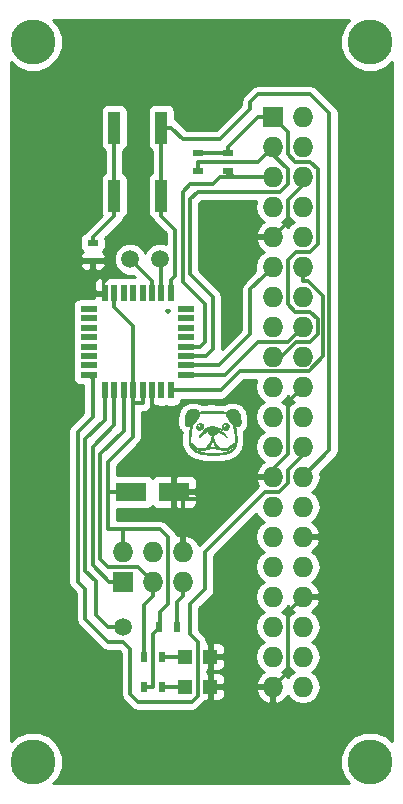
<source format=gbr>
G04 #@! TF.FileFunction,Copper,L1,Top,Signal*
%FSLAX46Y46*%
G04 Gerber Fmt 4.6, Leading zero omitted, Abs format (unit mm)*
G04 Created by KiCad (PCBNEW 4.0.7) date 04/13/18 12:15:04*
%MOMM*%
%LPD*%
G01*
G04 APERTURE LIST*
%ADD10C,0.100000*%
%ADD11C,0.300000*%
%ADD12C,0.010000*%
%ADD13R,1.727200X1.727200*%
%ADD14O,1.727200X1.727200*%
%ADD15R,2.600960X1.600200*%
%ADD16R,1.198880X1.198880*%
%ADD17R,0.500000X0.900000*%
%ADD18R,0.900000X0.500000*%
%ADD19R,1.000000X2.750000*%
%ADD20R,0.508000X1.473200*%
%ADD21R,1.473200X0.508000*%
%ADD22C,3.800000*%
%ADD23C,1.500000*%
%ADD24C,0.254000*%
G04 APERTURE END LIST*
D10*
D11*
X157480000Y-118010714D02*
X157551428Y-118082143D01*
X157480000Y-118153571D01*
X157408571Y-118082143D01*
X157480000Y-118010714D01*
X157480000Y-118153571D01*
D12*
G36*
X163121734Y-126379265D02*
X163232661Y-126402236D01*
X163325526Y-126438838D01*
X163402898Y-126492033D01*
X163467349Y-126564782D01*
X163521449Y-126660046D01*
X163567768Y-126780787D01*
X163608876Y-126929966D01*
X163612303Y-126944437D01*
X163626318Y-127011805D01*
X163636073Y-127079460D01*
X163642253Y-127155506D01*
X163645546Y-127248047D01*
X163646599Y-127349250D01*
X163646625Y-127447579D01*
X163645541Y-127520149D01*
X163642694Y-127572947D01*
X163637429Y-127611959D01*
X163629091Y-127643174D01*
X163617026Y-127672577D01*
X163609551Y-127688144D01*
X163577029Y-127740401D01*
X163538720Y-127782819D01*
X163522239Y-127795241D01*
X163459779Y-127818186D01*
X163382709Y-127824739D01*
X163303792Y-127814594D01*
X163263490Y-127801479D01*
X163226313Y-127787224D01*
X163204487Y-127781291D01*
X163202526Y-127781635D01*
X163203640Y-127797805D01*
X163208461Y-127841574D01*
X163216514Y-127909067D01*
X163227324Y-127996409D01*
X163240414Y-128099726D01*
X163255312Y-128215144D01*
X163261438Y-128262062D01*
X163279828Y-128404370D01*
X163294112Y-128520636D01*
X163304707Y-128616247D01*
X163312032Y-128696587D01*
X163316504Y-128767041D01*
X163318542Y-128832993D01*
X163318564Y-128899830D01*
X163316987Y-128972936D01*
X163316886Y-128976437D01*
X163308975Y-129126661D01*
X163293594Y-129254220D01*
X163268896Y-129367696D01*
X163233038Y-129475673D01*
X163186855Y-129581179D01*
X163116929Y-129698312D01*
X163024687Y-129811001D01*
X162919057Y-129909172D01*
X162855193Y-129955475D01*
X162752439Y-130010448D01*
X162622118Y-130061018D01*
X162468237Y-130106108D01*
X162294805Y-130144640D01*
X162105829Y-130175537D01*
X161980562Y-130190600D01*
X161919184Y-130195425D01*
X161832983Y-130200028D01*
X161727770Y-130204289D01*
X161609358Y-130208090D01*
X161483558Y-130211310D01*
X161356180Y-130213830D01*
X161233037Y-130215531D01*
X161119940Y-130216293D01*
X161022699Y-130215997D01*
X160947127Y-130214523D01*
X160909000Y-130212635D01*
X160687409Y-130190820D01*
X160475388Y-130159679D01*
X160276219Y-130120132D01*
X160093188Y-130073100D01*
X159929578Y-130019503D01*
X159788675Y-129960260D01*
X159673761Y-129896291D01*
X159610077Y-129848791D01*
X159514373Y-129748447D01*
X159428173Y-129622998D01*
X159354667Y-129478454D01*
X159297047Y-129320827D01*
X159267338Y-129203325D01*
X159255332Y-129134256D01*
X159247603Y-129061298D01*
X159244308Y-128980659D01*
X159244985Y-128932529D01*
X159383496Y-128932529D01*
X159384497Y-129018896D01*
X159390096Y-129094568D01*
X159400140Y-129162975D01*
X159408789Y-129204353D01*
X159422882Y-129262448D01*
X159432857Y-129293656D01*
X159441122Y-129302162D01*
X159450088Y-129292151D01*
X159454495Y-129283728D01*
X159485091Y-129251661D01*
X159513205Y-129241591D01*
X159538259Y-129243807D01*
X159564259Y-129259892D01*
X159597234Y-129294624D01*
X159627145Y-129331882D01*
X159743147Y-129456611D01*
X159880835Y-129559264D01*
X159985345Y-129616090D01*
X160049073Y-129644429D01*
X160103766Y-129662224D01*
X160162474Y-129672597D01*
X160238248Y-129678668D01*
X160249518Y-129679277D01*
X160332189Y-129681775D01*
X160397121Y-129678272D01*
X160457989Y-129667357D01*
X160514361Y-129651914D01*
X160619325Y-129615329D01*
X160703391Y-129572687D01*
X160752267Y-129536143D01*
X160976441Y-129536143D01*
X161176877Y-129528845D01*
X161263176Y-129527127D01*
X161346986Y-129527944D01*
X161418327Y-129531057D01*
X161464625Y-129535781D01*
X161513246Y-129543006D01*
X161547101Y-129546715D01*
X161556992Y-129546567D01*
X161550936Y-129533286D01*
X161530084Y-129502315D01*
X161505211Y-129468661D01*
X161434389Y-129367450D01*
X161372531Y-129259075D01*
X161314451Y-129135518D01*
X161263675Y-129018715D01*
X161202893Y-129153673D01*
X161163217Y-129234251D01*
X161114323Y-129322961D01*
X161065869Y-129402405D01*
X161059276Y-129412386D01*
X160976441Y-129536143D01*
X160752267Y-129536143D01*
X160777407Y-129517347D01*
X160847085Y-129448281D01*
X160928510Y-129348907D01*
X161000954Y-129235946D01*
X161068255Y-129102829D01*
X161118233Y-128984375D01*
X161151387Y-128895314D01*
X161172783Y-128823090D01*
X161185233Y-128756326D01*
X161191269Y-128688754D01*
X161198517Y-128559820D01*
X161117552Y-128540397D01*
X161022717Y-128505767D01*
X160946416Y-128453795D01*
X160892408Y-128388337D01*
X160864453Y-128313249D01*
X160861375Y-128277656D01*
X160860082Y-128249070D01*
X160853026Y-128232721D01*
X160835437Y-128228881D01*
X160802547Y-128237822D01*
X160749587Y-128259814D01*
X160688441Y-128287502D01*
X160541561Y-128368105D01*
X160405366Y-128471577D01*
X160275696Y-128601358D01*
X160201688Y-128690233D01*
X160165203Y-128729936D01*
X160137323Y-128743457D01*
X160126282Y-128741696D01*
X160105294Y-128726081D01*
X160102617Y-128699498D01*
X160119215Y-128658008D01*
X160156052Y-128597672D01*
X160164718Y-128584785D01*
X160282351Y-128437856D01*
X160423131Y-128306512D01*
X160581241Y-128194942D01*
X160750866Y-128107333D01*
X160901062Y-128054475D01*
X160993804Y-128035935D01*
X161106978Y-128024016D01*
X161229908Y-128018986D01*
X161351919Y-128021110D01*
X161462335Y-128030656D01*
X161514189Y-128039154D01*
X161709326Y-128094006D01*
X161897513Y-128176936D01*
X162073510Y-128284744D01*
X162232077Y-128414232D01*
X162365101Y-128558563D01*
X162418338Y-128629748D01*
X162449329Y-128681616D01*
X162459054Y-128716499D01*
X162448491Y-128736728D01*
X162441428Y-128740320D01*
X162418663Y-128735828D01*
X162381013Y-128709210D01*
X162326657Y-128659090D01*
X162304427Y-128636838D01*
X162143393Y-128490315D01*
X161975604Y-128372208D01*
X161796199Y-128279241D01*
X161738949Y-128255593D01*
X161656087Y-128223217D01*
X161665160Y-128268583D01*
X161662321Y-128330830D01*
X161632527Y-128393406D01*
X161580180Y-128451676D01*
X161509684Y-128501002D01*
X161425441Y-128536748D01*
X161405093Y-128542433D01*
X161337625Y-128559519D01*
X161337625Y-128675432D01*
X161349519Y-128792231D01*
X161384377Y-128925631D01*
X161440957Y-129071685D01*
X161500710Y-129194387D01*
X161589308Y-129342360D01*
X161684037Y-129460750D01*
X161787733Y-129551554D01*
X161903232Y-129616766D01*
X162033370Y-129658385D01*
X162180984Y-129678404D01*
X162189173Y-129678891D01*
X162329315Y-129676089D01*
X162458455Y-129650014D01*
X162580515Y-129598857D01*
X162699419Y-129520811D01*
X162819091Y-129414067D01*
X162863141Y-129368238D01*
X162928564Y-129301334D01*
X162978723Y-129259123D01*
X163016479Y-129240232D01*
X163044693Y-129243289D01*
X163066229Y-129266920D01*
X163067923Y-129269981D01*
X163074709Y-129302699D01*
X163062313Y-129343612D01*
X163029034Y-129395486D01*
X162973170Y-129461090D01*
X162910919Y-129525474D01*
X162782230Y-129639441D01*
X162651209Y-129725327D01*
X162514610Y-129783902D01*
X162369187Y-129815937D01*
X162211694Y-129822203D01*
X162038884Y-129803468D01*
X161882026Y-129769621D01*
X161682338Y-129722496D01*
X161504484Y-129690098D01*
X161342221Y-129672333D01*
X161189303Y-129669108D01*
X161039486Y-129680328D01*
X160886527Y-129705901D01*
X160724181Y-129745733D01*
X160702151Y-129751928D01*
X160596697Y-129781246D01*
X160513909Y-129802006D01*
X160446224Y-129815361D01*
X160386082Y-129822467D01*
X160325919Y-129824481D01*
X160258175Y-129822555D01*
X160244347Y-129821867D01*
X160076519Y-129798040D01*
X159918192Y-129744362D01*
X159768960Y-129660605D01*
X159628418Y-129546542D01*
X159498663Y-129405062D01*
X159447490Y-129341562D01*
X159472479Y-129405062D01*
X159542564Y-129544828D01*
X159634719Y-129668009D01*
X159744980Y-129770504D01*
X159869383Y-129848214D01*
X159923902Y-129872091D01*
X160091524Y-129927955D01*
X160287400Y-129977515D01*
X160508549Y-130020158D01*
X160751988Y-130055267D01*
X160885187Y-130070220D01*
X160937243Y-130073237D01*
X161015659Y-130074805D01*
X161115085Y-130075053D01*
X161230172Y-130074114D01*
X161355569Y-130072118D01*
X161485925Y-130069195D01*
X161615891Y-130065478D01*
X161740116Y-130061096D01*
X161853250Y-130056181D01*
X161949943Y-130050863D01*
X162024845Y-130045274D01*
X162059937Y-130041475D01*
X162255072Y-130011428D01*
X162421919Y-129976738D01*
X162563750Y-129936261D01*
X162683834Y-129888855D01*
X162785440Y-129833377D01*
X162871838Y-129768686D01*
X162891384Y-129750997D01*
X162987913Y-129639746D01*
X163067522Y-129504297D01*
X163123812Y-129361575D01*
X163143286Y-129286071D01*
X163160791Y-129192958D01*
X163175229Y-129091531D01*
X163185501Y-128991083D01*
X163190508Y-128900910D01*
X163189152Y-128830304D01*
X163187963Y-128818887D01*
X163184064Y-128787810D01*
X163176760Y-128729470D01*
X163166582Y-128648109D01*
X163154060Y-128547969D01*
X163139724Y-128433294D01*
X163124106Y-128308324D01*
X163113369Y-128222389D01*
X163046925Y-127690591D01*
X162890658Y-127542007D01*
X162757094Y-127405534D01*
X162641418Y-127267964D01*
X162547476Y-127134218D01*
X162486158Y-127024260D01*
X162455559Y-126954029D01*
X162439137Y-126895796D01*
X162433254Y-126835276D01*
X162433000Y-126815527D01*
X162433000Y-126717472D01*
X162325843Y-126707442D01*
X162070356Y-126686751D01*
X161803621Y-126671119D01*
X161531430Y-126660588D01*
X161259575Y-126655198D01*
X160993847Y-126654990D01*
X160740036Y-126660006D01*
X160503934Y-126670287D01*
X160291333Y-126685874D01*
X160224339Y-126692506D01*
X160134992Y-126702038D01*
X160127699Y-126823237D01*
X160119044Y-126905114D01*
X160101583Y-126972341D01*
X160071005Y-127041615D01*
X160001407Y-127159205D01*
X159908627Y-127285987D01*
X159797385Y-127416004D01*
X159676954Y-127538955D01*
X159522758Y-127686367D01*
X159452830Y-128220277D01*
X159428539Y-128411546D01*
X159409614Y-128574977D01*
X159395901Y-128713999D01*
X159387246Y-128832040D01*
X159383496Y-128932529D01*
X159244985Y-128932529D01*
X159245605Y-128888550D01*
X159251650Y-128781180D01*
X159262601Y-128654757D01*
X159278615Y-128505491D01*
X159299849Y-128329591D01*
X159305413Y-128285554D01*
X159320733Y-128163699D01*
X159334386Y-128052324D01*
X159345934Y-127955233D01*
X159354939Y-127876226D01*
X159360961Y-127819108D01*
X159363563Y-127787680D01*
X159363413Y-127782747D01*
X159346941Y-127784875D01*
X159312458Y-127796696D01*
X159300634Y-127801479D01*
X159226269Y-127821125D01*
X159146591Y-127823900D01*
X159074365Y-127810111D01*
X159041885Y-127795241D01*
X158991759Y-127752484D01*
X158954744Y-127691530D01*
X158929603Y-127608908D01*
X158915094Y-127501148D01*
X158911179Y-127429380D01*
X158912608Y-127259117D01*
X158927455Y-127092333D01*
X158954526Y-126934084D01*
X158992630Y-126789429D01*
X159040574Y-126663426D01*
X159097165Y-126561133D01*
X159124371Y-126525089D01*
X159194908Y-126464422D01*
X159290962Y-126417613D01*
X159409052Y-126385590D01*
X159545698Y-126369282D01*
X159697418Y-126369616D01*
X159705705Y-126370109D01*
X159830144Y-126385914D01*
X159929581Y-126417036D01*
X160007538Y-126464843D01*
X160045616Y-126502281D01*
X160095045Y-126559802D01*
X160386929Y-126537807D01*
X160515106Y-126530176D01*
X160668354Y-126524382D01*
X160840047Y-126520424D01*
X161023560Y-126518307D01*
X161212266Y-126518030D01*
X161399539Y-126519597D01*
X161578753Y-126523010D01*
X161743283Y-126528269D01*
X161886503Y-126535378D01*
X161917062Y-126537365D01*
X162019832Y-126544382D01*
X162124151Y-126551428D01*
X162220541Y-126557870D01*
X162299526Y-126563072D01*
X162329812Y-126565027D01*
X162472687Y-126574151D01*
X162509437Y-126515850D01*
X162562730Y-126459650D01*
X162641738Y-126415826D01*
X162742586Y-126385243D01*
X162861397Y-126368764D01*
X162994299Y-126367255D01*
X163121734Y-126379265D01*
X163121734Y-126379265D01*
G37*
X163121734Y-126379265D02*
X163232661Y-126402236D01*
X163325526Y-126438838D01*
X163402898Y-126492033D01*
X163467349Y-126564782D01*
X163521449Y-126660046D01*
X163567768Y-126780787D01*
X163608876Y-126929966D01*
X163612303Y-126944437D01*
X163626318Y-127011805D01*
X163636073Y-127079460D01*
X163642253Y-127155506D01*
X163645546Y-127248047D01*
X163646599Y-127349250D01*
X163646625Y-127447579D01*
X163645541Y-127520149D01*
X163642694Y-127572947D01*
X163637429Y-127611959D01*
X163629091Y-127643174D01*
X163617026Y-127672577D01*
X163609551Y-127688144D01*
X163577029Y-127740401D01*
X163538720Y-127782819D01*
X163522239Y-127795241D01*
X163459779Y-127818186D01*
X163382709Y-127824739D01*
X163303792Y-127814594D01*
X163263490Y-127801479D01*
X163226313Y-127787224D01*
X163204487Y-127781291D01*
X163202526Y-127781635D01*
X163203640Y-127797805D01*
X163208461Y-127841574D01*
X163216514Y-127909067D01*
X163227324Y-127996409D01*
X163240414Y-128099726D01*
X163255312Y-128215144D01*
X163261438Y-128262062D01*
X163279828Y-128404370D01*
X163294112Y-128520636D01*
X163304707Y-128616247D01*
X163312032Y-128696587D01*
X163316504Y-128767041D01*
X163318542Y-128832993D01*
X163318564Y-128899830D01*
X163316987Y-128972936D01*
X163316886Y-128976437D01*
X163308975Y-129126661D01*
X163293594Y-129254220D01*
X163268896Y-129367696D01*
X163233038Y-129475673D01*
X163186855Y-129581179D01*
X163116929Y-129698312D01*
X163024687Y-129811001D01*
X162919057Y-129909172D01*
X162855193Y-129955475D01*
X162752439Y-130010448D01*
X162622118Y-130061018D01*
X162468237Y-130106108D01*
X162294805Y-130144640D01*
X162105829Y-130175537D01*
X161980562Y-130190600D01*
X161919184Y-130195425D01*
X161832983Y-130200028D01*
X161727770Y-130204289D01*
X161609358Y-130208090D01*
X161483558Y-130211310D01*
X161356180Y-130213830D01*
X161233037Y-130215531D01*
X161119940Y-130216293D01*
X161022699Y-130215997D01*
X160947127Y-130214523D01*
X160909000Y-130212635D01*
X160687409Y-130190820D01*
X160475388Y-130159679D01*
X160276219Y-130120132D01*
X160093188Y-130073100D01*
X159929578Y-130019503D01*
X159788675Y-129960260D01*
X159673761Y-129896291D01*
X159610077Y-129848791D01*
X159514373Y-129748447D01*
X159428173Y-129622998D01*
X159354667Y-129478454D01*
X159297047Y-129320827D01*
X159267338Y-129203325D01*
X159255332Y-129134256D01*
X159247603Y-129061298D01*
X159244308Y-128980659D01*
X159244985Y-128932529D01*
X159383496Y-128932529D01*
X159384497Y-129018896D01*
X159390096Y-129094568D01*
X159400140Y-129162975D01*
X159408789Y-129204353D01*
X159422882Y-129262448D01*
X159432857Y-129293656D01*
X159441122Y-129302162D01*
X159450088Y-129292151D01*
X159454495Y-129283728D01*
X159485091Y-129251661D01*
X159513205Y-129241591D01*
X159538259Y-129243807D01*
X159564259Y-129259892D01*
X159597234Y-129294624D01*
X159627145Y-129331882D01*
X159743147Y-129456611D01*
X159880835Y-129559264D01*
X159985345Y-129616090D01*
X160049073Y-129644429D01*
X160103766Y-129662224D01*
X160162474Y-129672597D01*
X160238248Y-129678668D01*
X160249518Y-129679277D01*
X160332189Y-129681775D01*
X160397121Y-129678272D01*
X160457989Y-129667357D01*
X160514361Y-129651914D01*
X160619325Y-129615329D01*
X160703391Y-129572687D01*
X160752267Y-129536143D01*
X160976441Y-129536143D01*
X161176877Y-129528845D01*
X161263176Y-129527127D01*
X161346986Y-129527944D01*
X161418327Y-129531057D01*
X161464625Y-129535781D01*
X161513246Y-129543006D01*
X161547101Y-129546715D01*
X161556992Y-129546567D01*
X161550936Y-129533286D01*
X161530084Y-129502315D01*
X161505211Y-129468661D01*
X161434389Y-129367450D01*
X161372531Y-129259075D01*
X161314451Y-129135518D01*
X161263675Y-129018715D01*
X161202893Y-129153673D01*
X161163217Y-129234251D01*
X161114323Y-129322961D01*
X161065869Y-129402405D01*
X161059276Y-129412386D01*
X160976441Y-129536143D01*
X160752267Y-129536143D01*
X160777407Y-129517347D01*
X160847085Y-129448281D01*
X160928510Y-129348907D01*
X161000954Y-129235946D01*
X161068255Y-129102829D01*
X161118233Y-128984375D01*
X161151387Y-128895314D01*
X161172783Y-128823090D01*
X161185233Y-128756326D01*
X161191269Y-128688754D01*
X161198517Y-128559820D01*
X161117552Y-128540397D01*
X161022717Y-128505767D01*
X160946416Y-128453795D01*
X160892408Y-128388337D01*
X160864453Y-128313249D01*
X160861375Y-128277656D01*
X160860082Y-128249070D01*
X160853026Y-128232721D01*
X160835437Y-128228881D01*
X160802547Y-128237822D01*
X160749587Y-128259814D01*
X160688441Y-128287502D01*
X160541561Y-128368105D01*
X160405366Y-128471577D01*
X160275696Y-128601358D01*
X160201688Y-128690233D01*
X160165203Y-128729936D01*
X160137323Y-128743457D01*
X160126282Y-128741696D01*
X160105294Y-128726081D01*
X160102617Y-128699498D01*
X160119215Y-128658008D01*
X160156052Y-128597672D01*
X160164718Y-128584785D01*
X160282351Y-128437856D01*
X160423131Y-128306512D01*
X160581241Y-128194942D01*
X160750866Y-128107333D01*
X160901062Y-128054475D01*
X160993804Y-128035935D01*
X161106978Y-128024016D01*
X161229908Y-128018986D01*
X161351919Y-128021110D01*
X161462335Y-128030656D01*
X161514189Y-128039154D01*
X161709326Y-128094006D01*
X161897513Y-128176936D01*
X162073510Y-128284744D01*
X162232077Y-128414232D01*
X162365101Y-128558563D01*
X162418338Y-128629748D01*
X162449329Y-128681616D01*
X162459054Y-128716499D01*
X162448491Y-128736728D01*
X162441428Y-128740320D01*
X162418663Y-128735828D01*
X162381013Y-128709210D01*
X162326657Y-128659090D01*
X162304427Y-128636838D01*
X162143393Y-128490315D01*
X161975604Y-128372208D01*
X161796199Y-128279241D01*
X161738949Y-128255593D01*
X161656087Y-128223217D01*
X161665160Y-128268583D01*
X161662321Y-128330830D01*
X161632527Y-128393406D01*
X161580180Y-128451676D01*
X161509684Y-128501002D01*
X161425441Y-128536748D01*
X161405093Y-128542433D01*
X161337625Y-128559519D01*
X161337625Y-128675432D01*
X161349519Y-128792231D01*
X161384377Y-128925631D01*
X161440957Y-129071685D01*
X161500710Y-129194387D01*
X161589308Y-129342360D01*
X161684037Y-129460750D01*
X161787733Y-129551554D01*
X161903232Y-129616766D01*
X162033370Y-129658385D01*
X162180984Y-129678404D01*
X162189173Y-129678891D01*
X162329315Y-129676089D01*
X162458455Y-129650014D01*
X162580515Y-129598857D01*
X162699419Y-129520811D01*
X162819091Y-129414067D01*
X162863141Y-129368238D01*
X162928564Y-129301334D01*
X162978723Y-129259123D01*
X163016479Y-129240232D01*
X163044693Y-129243289D01*
X163066229Y-129266920D01*
X163067923Y-129269981D01*
X163074709Y-129302699D01*
X163062313Y-129343612D01*
X163029034Y-129395486D01*
X162973170Y-129461090D01*
X162910919Y-129525474D01*
X162782230Y-129639441D01*
X162651209Y-129725327D01*
X162514610Y-129783902D01*
X162369187Y-129815937D01*
X162211694Y-129822203D01*
X162038884Y-129803468D01*
X161882026Y-129769621D01*
X161682338Y-129722496D01*
X161504484Y-129690098D01*
X161342221Y-129672333D01*
X161189303Y-129669108D01*
X161039486Y-129680328D01*
X160886527Y-129705901D01*
X160724181Y-129745733D01*
X160702151Y-129751928D01*
X160596697Y-129781246D01*
X160513909Y-129802006D01*
X160446224Y-129815361D01*
X160386082Y-129822467D01*
X160325919Y-129824481D01*
X160258175Y-129822555D01*
X160244347Y-129821867D01*
X160076519Y-129798040D01*
X159918192Y-129744362D01*
X159768960Y-129660605D01*
X159628418Y-129546542D01*
X159498663Y-129405062D01*
X159447490Y-129341562D01*
X159472479Y-129405062D01*
X159542564Y-129544828D01*
X159634719Y-129668009D01*
X159744980Y-129770504D01*
X159869383Y-129848214D01*
X159923902Y-129872091D01*
X160091524Y-129927955D01*
X160287400Y-129977515D01*
X160508549Y-130020158D01*
X160751988Y-130055267D01*
X160885187Y-130070220D01*
X160937243Y-130073237D01*
X161015659Y-130074805D01*
X161115085Y-130075053D01*
X161230172Y-130074114D01*
X161355569Y-130072118D01*
X161485925Y-130069195D01*
X161615891Y-130065478D01*
X161740116Y-130061096D01*
X161853250Y-130056181D01*
X161949943Y-130050863D01*
X162024845Y-130045274D01*
X162059937Y-130041475D01*
X162255072Y-130011428D01*
X162421919Y-129976738D01*
X162563750Y-129936261D01*
X162683834Y-129888855D01*
X162785440Y-129833377D01*
X162871838Y-129768686D01*
X162891384Y-129750997D01*
X162987913Y-129639746D01*
X163067522Y-129504297D01*
X163123812Y-129361575D01*
X163143286Y-129286071D01*
X163160791Y-129192958D01*
X163175229Y-129091531D01*
X163185501Y-128991083D01*
X163190508Y-128900910D01*
X163189152Y-128830304D01*
X163187963Y-128818887D01*
X163184064Y-128787810D01*
X163176760Y-128729470D01*
X163166582Y-128648109D01*
X163154060Y-128547969D01*
X163139724Y-128433294D01*
X163124106Y-128308324D01*
X163113369Y-128222389D01*
X163046925Y-127690591D01*
X162890658Y-127542007D01*
X162757094Y-127405534D01*
X162641418Y-127267964D01*
X162547476Y-127134218D01*
X162486158Y-127024260D01*
X162455559Y-126954029D01*
X162439137Y-126895796D01*
X162433254Y-126835276D01*
X162433000Y-126815527D01*
X162433000Y-126717472D01*
X162325843Y-126707442D01*
X162070356Y-126686751D01*
X161803621Y-126671119D01*
X161531430Y-126660588D01*
X161259575Y-126655198D01*
X160993847Y-126654990D01*
X160740036Y-126660006D01*
X160503934Y-126670287D01*
X160291333Y-126685874D01*
X160224339Y-126692506D01*
X160134992Y-126702038D01*
X160127699Y-126823237D01*
X160119044Y-126905114D01*
X160101583Y-126972341D01*
X160071005Y-127041615D01*
X160001407Y-127159205D01*
X159908627Y-127285987D01*
X159797385Y-127416004D01*
X159676954Y-127538955D01*
X159522758Y-127686367D01*
X159452830Y-128220277D01*
X159428539Y-128411546D01*
X159409614Y-128574977D01*
X159395901Y-128713999D01*
X159387246Y-128832040D01*
X159383496Y-128932529D01*
X159244985Y-128932529D01*
X159245605Y-128888550D01*
X159251650Y-128781180D01*
X159262601Y-128654757D01*
X159278615Y-128505491D01*
X159299849Y-128329591D01*
X159305413Y-128285554D01*
X159320733Y-128163699D01*
X159334386Y-128052324D01*
X159345934Y-127955233D01*
X159354939Y-127876226D01*
X159360961Y-127819108D01*
X159363563Y-127787680D01*
X159363413Y-127782747D01*
X159346941Y-127784875D01*
X159312458Y-127796696D01*
X159300634Y-127801479D01*
X159226269Y-127821125D01*
X159146591Y-127823900D01*
X159074365Y-127810111D01*
X159041885Y-127795241D01*
X158991759Y-127752484D01*
X158954744Y-127691530D01*
X158929603Y-127608908D01*
X158915094Y-127501148D01*
X158911179Y-127429380D01*
X158912608Y-127259117D01*
X158927455Y-127092333D01*
X158954526Y-126934084D01*
X158992630Y-126789429D01*
X159040574Y-126663426D01*
X159097165Y-126561133D01*
X159124371Y-126525089D01*
X159194908Y-126464422D01*
X159290962Y-126417613D01*
X159409052Y-126385590D01*
X159545698Y-126369282D01*
X159697418Y-126369616D01*
X159705705Y-126370109D01*
X159830144Y-126385914D01*
X159929581Y-126417036D01*
X160007538Y-126464843D01*
X160045616Y-126502281D01*
X160095045Y-126559802D01*
X160386929Y-126537807D01*
X160515106Y-126530176D01*
X160668354Y-126524382D01*
X160840047Y-126520424D01*
X161023560Y-126518307D01*
X161212266Y-126518030D01*
X161399539Y-126519597D01*
X161578753Y-126523010D01*
X161743283Y-126528269D01*
X161886503Y-126535378D01*
X161917062Y-126537365D01*
X162019832Y-126544382D01*
X162124151Y-126551428D01*
X162220541Y-126557870D01*
X162299526Y-126563072D01*
X162329812Y-126565027D01*
X162472687Y-126574151D01*
X162509437Y-126515850D01*
X162562730Y-126459650D01*
X162641738Y-126415826D01*
X162742586Y-126385243D01*
X162861397Y-126368764D01*
X162994299Y-126367255D01*
X163121734Y-126379265D01*
G36*
X161526732Y-127848395D02*
X161677801Y-127889581D01*
X161750216Y-127916135D01*
X161831538Y-127951186D01*
X161914203Y-127990899D01*
X161990647Y-128031439D01*
X162053306Y-128068968D01*
X162094616Y-128099652D01*
X162097534Y-128102446D01*
X162111022Y-128127739D01*
X162109029Y-128140625D01*
X162089617Y-128142912D01*
X162046933Y-128128861D01*
X161992057Y-128103474D01*
X161866131Y-128050866D01*
X161722784Y-128011697D01*
X161558695Y-127985384D01*
X161370546Y-127971343D01*
X161224610Y-127968505D01*
X161036509Y-127976258D01*
X160866400Y-127999331D01*
X160717445Y-128037028D01*
X160592807Y-128088656D01*
X160542141Y-128118450D01*
X160492392Y-128148221D01*
X160462770Y-128157264D01*
X160449876Y-128146173D01*
X160448625Y-128134741D01*
X160461622Y-128115188D01*
X160496694Y-128084545D01*
X160547964Y-128046776D01*
X160609552Y-128005846D01*
X160675579Y-127965718D01*
X160740168Y-127930358D01*
X160780428Y-127910987D01*
X160955418Y-127849734D01*
X161137796Y-127818892D01*
X161328066Y-127818450D01*
X161526732Y-127848395D01*
X161526732Y-127848395D01*
G37*
X161526732Y-127848395D02*
X161677801Y-127889581D01*
X161750216Y-127916135D01*
X161831538Y-127951186D01*
X161914203Y-127990899D01*
X161990647Y-128031439D01*
X162053306Y-128068968D01*
X162094616Y-128099652D01*
X162097534Y-128102446D01*
X162111022Y-128127739D01*
X162109029Y-128140625D01*
X162089617Y-128142912D01*
X162046933Y-128128861D01*
X161992057Y-128103474D01*
X161866131Y-128050866D01*
X161722784Y-128011697D01*
X161558695Y-127985384D01*
X161370546Y-127971343D01*
X161224610Y-127968505D01*
X161036509Y-127976258D01*
X160866400Y-127999331D01*
X160717445Y-128037028D01*
X160592807Y-128088656D01*
X160542141Y-128118450D01*
X160492392Y-128148221D01*
X160462770Y-128157264D01*
X160449876Y-128146173D01*
X160448625Y-128134741D01*
X160461622Y-128115188D01*
X160496694Y-128084545D01*
X160547964Y-128046776D01*
X160609552Y-128005846D01*
X160675579Y-127965718D01*
X160740168Y-127930358D01*
X160780428Y-127910987D01*
X160955418Y-127849734D01*
X161137796Y-127818892D01*
X161328066Y-127818450D01*
X161526732Y-127848395D01*
G36*
X160270390Y-127532211D02*
X160310476Y-127545322D01*
X160376698Y-127587760D01*
X160431985Y-127650745D01*
X160471508Y-127725625D01*
X160490437Y-127803748D01*
X160487556Y-127862547D01*
X160453414Y-127958390D01*
X160397155Y-128031875D01*
X160320412Y-128081588D01*
X160224818Y-128106111D01*
X160204648Y-128107806D01*
X160145389Y-128109174D01*
X160102752Y-128102315D01*
X160061951Y-128083651D01*
X160034193Y-128066583D01*
X159962571Y-128003587D01*
X159916012Y-127926130D01*
X159895735Y-127840073D01*
X159902957Y-127751274D01*
X159918611Y-127713954D01*
X159957598Y-127713954D01*
X159964772Y-127769837D01*
X160001968Y-127825736D01*
X160004761Y-127828578D01*
X160040742Y-127859517D01*
X160071865Y-127869908D01*
X160103924Y-127866658D01*
X160150421Y-127849629D01*
X160185838Y-127825466D01*
X160213238Y-127777740D01*
X160216456Y-127721415D01*
X160196253Y-127667533D01*
X160173102Y-127640880D01*
X160120016Y-127608956D01*
X160066977Y-127607416D01*
X160030862Y-127621718D01*
X159979833Y-127662957D01*
X159957598Y-127713954D01*
X159918611Y-127713954D01*
X159938897Y-127665592D01*
X159947976Y-127651720D01*
X160011025Y-127586970D01*
X160091137Y-127543895D01*
X160180272Y-127524856D01*
X160270390Y-127532211D01*
X160270390Y-127532211D01*
G37*
X160270390Y-127532211D02*
X160310476Y-127545322D01*
X160376698Y-127587760D01*
X160431985Y-127650745D01*
X160471508Y-127725625D01*
X160490437Y-127803748D01*
X160487556Y-127862547D01*
X160453414Y-127958390D01*
X160397155Y-128031875D01*
X160320412Y-128081588D01*
X160224818Y-128106111D01*
X160204648Y-128107806D01*
X160145389Y-128109174D01*
X160102752Y-128102315D01*
X160061951Y-128083651D01*
X160034193Y-128066583D01*
X159962571Y-128003587D01*
X159916012Y-127926130D01*
X159895735Y-127840073D01*
X159902957Y-127751274D01*
X159918611Y-127713954D01*
X159957598Y-127713954D01*
X159964772Y-127769837D01*
X160001968Y-127825736D01*
X160004761Y-127828578D01*
X160040742Y-127859517D01*
X160071865Y-127869908D01*
X160103924Y-127866658D01*
X160150421Y-127849629D01*
X160185838Y-127825466D01*
X160213238Y-127777740D01*
X160216456Y-127721415D01*
X160196253Y-127667533D01*
X160173102Y-127640880D01*
X160120016Y-127608956D01*
X160066977Y-127607416D01*
X160030862Y-127621718D01*
X159979833Y-127662957D01*
X159957598Y-127713954D01*
X159918611Y-127713954D01*
X159938897Y-127665592D01*
X159947976Y-127651720D01*
X160011025Y-127586970D01*
X160091137Y-127543895D01*
X160180272Y-127524856D01*
X160270390Y-127532211D01*
G36*
X162423365Y-127529574D02*
X162501921Y-127556309D01*
X162571271Y-127602410D01*
X162626084Y-127665384D01*
X162661027Y-127742735D01*
X162671125Y-127817562D01*
X162656412Y-127906059D01*
X162615779Y-127984854D01*
X162554481Y-128048686D01*
X162477774Y-128092296D01*
X162390913Y-128110423D01*
X162378298Y-128110628D01*
X162320176Y-128106004D01*
X162266996Y-128095061D01*
X162250142Y-128089127D01*
X162192150Y-128050606D01*
X162138009Y-127992048D01*
X162097029Y-127924694D01*
X162083448Y-127887880D01*
X162074190Y-127796492D01*
X162089843Y-127733434D01*
X162131375Y-127733434D01*
X162145932Y-127789545D01*
X162184563Y-127835888D01*
X162239705Y-127865381D01*
X162279439Y-127872118D01*
X162308499Y-127862122D01*
X162344949Y-127836007D01*
X162354846Y-127826721D01*
X162388718Y-127781143D01*
X162401250Y-127738187D01*
X162387697Y-127693061D01*
X162353700Y-127648876D01*
X162309245Y-127615621D01*
X162266312Y-127603250D01*
X162223462Y-127616120D01*
X162179992Y-127648266D01*
X162145957Y-127689986D01*
X162131410Y-127731580D01*
X162131375Y-127733434D01*
X162089843Y-127733434D01*
X162095821Y-127709353D01*
X162147538Y-127628794D01*
X162185787Y-127590514D01*
X162259966Y-127544182D01*
X162340936Y-127524700D01*
X162423365Y-127529574D01*
X162423365Y-127529574D01*
G37*
X162423365Y-127529574D02*
X162501921Y-127556309D01*
X162571271Y-127602410D01*
X162626084Y-127665384D01*
X162661027Y-127742735D01*
X162671125Y-127817562D01*
X162656412Y-127906059D01*
X162615779Y-127984854D01*
X162554481Y-128048686D01*
X162477774Y-128092296D01*
X162390913Y-128110423D01*
X162378298Y-128110628D01*
X162320176Y-128106004D01*
X162266996Y-128095061D01*
X162250142Y-128089127D01*
X162192150Y-128050606D01*
X162138009Y-127992048D01*
X162097029Y-127924694D01*
X162083448Y-127887880D01*
X162074190Y-127796492D01*
X162089843Y-127733434D01*
X162131375Y-127733434D01*
X162145932Y-127789545D01*
X162184563Y-127835888D01*
X162239705Y-127865381D01*
X162279439Y-127872118D01*
X162308499Y-127862122D01*
X162344949Y-127836007D01*
X162354846Y-127826721D01*
X162388718Y-127781143D01*
X162401250Y-127738187D01*
X162387697Y-127693061D01*
X162353700Y-127648876D01*
X162309245Y-127615621D01*
X162266312Y-127603250D01*
X162223462Y-127616120D01*
X162179992Y-127648266D01*
X162145957Y-127689986D01*
X162131410Y-127731580D01*
X162131375Y-127733434D01*
X162089843Y-127733434D01*
X162095821Y-127709353D01*
X162147538Y-127628794D01*
X162185787Y-127590514D01*
X162259966Y-127544182D01*
X162340936Y-127524700D01*
X162423365Y-127529574D01*
D13*
X166370000Y-101600000D03*
D14*
X168910000Y-101600000D03*
X166370000Y-104140000D03*
X168910000Y-104140000D03*
X166370000Y-106680000D03*
X168910000Y-106680000D03*
X166370000Y-109220000D03*
X168910000Y-109220000D03*
X166370000Y-111760000D03*
X168910000Y-111760000D03*
X166370000Y-114300000D03*
X168910000Y-114300000D03*
X166370000Y-116840000D03*
X168910000Y-116840000D03*
X166370000Y-119380000D03*
X168910000Y-119380000D03*
X166370000Y-121920000D03*
X168910000Y-121920000D03*
X166370000Y-124460000D03*
X168910000Y-124460000D03*
X166370000Y-127000000D03*
X168910000Y-127000000D03*
X166370000Y-129540000D03*
X168910000Y-129540000D03*
X166370000Y-132080000D03*
X168910000Y-132080000D03*
X166370000Y-134620000D03*
X168910000Y-134620000D03*
X166370000Y-137160000D03*
X168910000Y-137160000D03*
X166370000Y-139700000D03*
X168910000Y-139700000D03*
X166370000Y-142240000D03*
X168910000Y-142240000D03*
X166370000Y-144780000D03*
X168910000Y-144780000D03*
X166370000Y-147320000D03*
X168910000Y-147320000D03*
X166370000Y-149860000D03*
X168910000Y-149860000D03*
D15*
X154409140Y-133350000D03*
X158010860Y-133350000D03*
D16*
X158970980Y-149860000D03*
X161069020Y-149860000D03*
X158970980Y-147320000D03*
X161069020Y-147320000D03*
D13*
X153670000Y-140970000D03*
D14*
X153670000Y-138430000D03*
X156210000Y-140970000D03*
X156210000Y-138430000D03*
X158750000Y-140970000D03*
X158750000Y-138430000D03*
D17*
X155460000Y-149860000D03*
X156960000Y-149860000D03*
D18*
X151130000Y-113780000D03*
X151130000Y-112280000D03*
D17*
X155460000Y-147320000D03*
X156960000Y-147320000D03*
X156730000Y-144780000D03*
X158230000Y-144780000D03*
D18*
X160020000Y-104660000D03*
X160020000Y-106160000D03*
X162560000Y-104660000D03*
X162560000Y-106160000D03*
D19*
X156940000Y-102535000D03*
X156940000Y-108285000D03*
X152940000Y-108285000D03*
X152940000Y-102535000D03*
D20*
X157734000Y-116535200D03*
X156946600Y-116535200D03*
X156133800Y-116535200D03*
X155346400Y-116535200D03*
X154533600Y-116535200D03*
X153746200Y-116535200D03*
X152933400Y-116535200D03*
X152146000Y-116535200D03*
D21*
X150825200Y-117856000D03*
X150825200Y-118643400D03*
X150825200Y-119456200D03*
X150825200Y-120243600D03*
X150825200Y-121056400D03*
X150825200Y-121843800D03*
X150825200Y-122656600D03*
X150825200Y-123444000D03*
D20*
X152146000Y-124764800D03*
X152933400Y-124764800D03*
X153746200Y-124764800D03*
X154533600Y-124764800D03*
X155346400Y-124764800D03*
X156133800Y-124764800D03*
X156946600Y-124764800D03*
X157734000Y-124764800D03*
D21*
X159054800Y-123444000D03*
X159054800Y-122656600D03*
X159054800Y-121843800D03*
X159054800Y-121056400D03*
X159054800Y-120243600D03*
X159054800Y-119456200D03*
X159054800Y-118643400D03*
X159054800Y-117856000D03*
D22*
X174625000Y-95250000D03*
X146050000Y-95250000D03*
X174625000Y-156210000D03*
X146050000Y-156210000D03*
D23*
X153670000Y-144780000D03*
X156845000Y-113665000D03*
X154305008Y-113665000D03*
D11*
X166370000Y-101600000D02*
X167640000Y-102870000D01*
X168275000Y-118110000D02*
X169545000Y-118110000D01*
X167640000Y-113758200D02*
X167640000Y-117475000D01*
X167640000Y-104775000D02*
X168275000Y-105410000D01*
X167640000Y-102870000D02*
X167640000Y-104775000D01*
X167640000Y-117475000D02*
X168275000Y-118110000D01*
X168275000Y-105410000D02*
X169545000Y-105410000D01*
X169545000Y-105410000D02*
X170180000Y-106045000D01*
X170166500Y-120028500D02*
X169545000Y-120650000D01*
X170166500Y-118731500D02*
X170166500Y-120028500D01*
X170180000Y-106045000D02*
X170180000Y-112395000D01*
X170180000Y-112395000D02*
X169545000Y-113030000D01*
X169545000Y-113030000D02*
X168368200Y-113030000D01*
X168368200Y-113030000D02*
X167640000Y-113758200D01*
X169545000Y-118110000D02*
X170166500Y-118731500D01*
X167005000Y-121920000D02*
X166370000Y-121920000D01*
X169545000Y-120650000D02*
X168350900Y-120650000D01*
X168350900Y-120650000D02*
X167080900Y-121920000D01*
X167080900Y-121920000D02*
X167005000Y-121920000D01*
X152400000Y-133350000D02*
X152400000Y-130810000D01*
X152400000Y-130810000D02*
X154533600Y-128676400D01*
X154533600Y-128676400D02*
X154533600Y-125851700D01*
X154361100Y-136525000D02*
X156845000Y-136525000D01*
X156845000Y-136525000D02*
X157479900Y-137159900D01*
X157479900Y-142875100D02*
X156845000Y-143510000D01*
X157479900Y-137159900D02*
X157479900Y-142875100D01*
X156845000Y-143510000D02*
X156845000Y-144780000D01*
X154361100Y-136525000D02*
X153670000Y-136525000D01*
X153670000Y-136525000D02*
X153670000Y-138430000D01*
X152400000Y-133350000D02*
X152400000Y-136525000D01*
X152400000Y-136525000D02*
X154361100Y-136525000D01*
X154409100Y-133350000D02*
X154305000Y-133350000D01*
X154305000Y-133350000D02*
X152400000Y-133350000D01*
X154409140Y-133350000D02*
X152400000Y-133350000D01*
X156730000Y-144780000D02*
X156845000Y-144780000D01*
X156845000Y-144780000D02*
X156210000Y-145415000D01*
X156210000Y-145415000D02*
X156210000Y-149860000D01*
X156210000Y-149860000D02*
X155460000Y-149860000D01*
X162560000Y-104660000D02*
X162560000Y-104196100D01*
X162560000Y-104196100D02*
X163195000Y-103561100D01*
X160020000Y-104660000D02*
X162560000Y-104660000D01*
X152933400Y-117701800D02*
X152933400Y-116535200D01*
X154533600Y-119302000D02*
X152933400Y-117701800D01*
X154533600Y-124764800D02*
X154533600Y-119302000D01*
X155346400Y-124764800D02*
X155346400Y-125851700D01*
X155346400Y-125851700D02*
X154533600Y-125851700D01*
X154533600Y-124764800D02*
X154533600Y-125851700D01*
X165156100Y-101600000D02*
X163195000Y-103561100D01*
X165781500Y-101600000D02*
X165156100Y-101600000D01*
X163195000Y-103561100D02*
X162696400Y-104059700D01*
X166370000Y-101600000D02*
X165781500Y-101600000D01*
X158750000Y-133969500D02*
X163210500Y-133969500D01*
X163210500Y-133969500D02*
X165100000Y-132080000D01*
X165100000Y-132080000D02*
X166370000Y-132080000D01*
X166370000Y-132080000D02*
X166370000Y-131445000D01*
X166370000Y-131445000D02*
X167640000Y-130175000D01*
X167640000Y-130175000D02*
X167640000Y-125730000D01*
X167640000Y-125730000D02*
X168910000Y-124460000D01*
X168910000Y-142240000D02*
X167640000Y-143510000D01*
X167640000Y-143510000D02*
X167640000Y-148590000D01*
X167640000Y-148590000D02*
X166370000Y-149860000D01*
X151130000Y-116535200D02*
X149529800Y-116535200D01*
X161069000Y-151351000D02*
X161069000Y-150334800D01*
X149529800Y-116535200D02*
X148590000Y-117475000D01*
X148590000Y-117475000D02*
X148590000Y-146050000D01*
X148590000Y-146050000D02*
X154940000Y-152400000D01*
X154940000Y-152400000D02*
X160020000Y-152400000D01*
X160020000Y-152400000D02*
X161069000Y-151351000D01*
X167640000Y-110490000D02*
X167640000Y-108657122D01*
X168910000Y-107387122D02*
X168910000Y-106680000D01*
X166370000Y-111760000D02*
X167640000Y-110490000D01*
X167640000Y-108657122D02*
X168910000Y-107387122D01*
X166370000Y-149860000D02*
X161290000Y-149860000D01*
X161290000Y-149860000D02*
X161290000Y-150113800D01*
X161290000Y-150113800D02*
X161069000Y-150334800D01*
X158010900Y-133350000D02*
X158010900Y-133230400D01*
X156133800Y-129052500D02*
X158010900Y-130929600D01*
X156133800Y-124764800D02*
X156133800Y-129052500D01*
X158010900Y-133350000D02*
X158010900Y-130929600D01*
X161069000Y-149860000D02*
X161069000Y-147320000D01*
X161069000Y-149860000D02*
X161069000Y-150334800D01*
X158750000Y-138430000D02*
X158750000Y-133969500D01*
X158750000Y-133969500D02*
X158010900Y-133230400D01*
X151130000Y-113780000D02*
X151130000Y-114380300D01*
X151130000Y-116535200D02*
X151130000Y-114380300D01*
X151130000Y-116535200D02*
X152146000Y-116535200D01*
X151130000Y-116535200D02*
X150659400Y-116535200D01*
X156960000Y-149860000D02*
X158971000Y-149860000D01*
X156960000Y-147320000D02*
X158971000Y-147320000D01*
X152933400Y-124764800D02*
X152933400Y-127736600D01*
X152933400Y-127736600D02*
X151130000Y-129540000D01*
X151130000Y-129540000D02*
X151130000Y-139593600D01*
X151130000Y-139593600D02*
X152506400Y-140970000D01*
X152506400Y-140970000D02*
X153670000Y-140970000D01*
X153746200Y-124764800D02*
X153746200Y-128193800D01*
X151765000Y-130175000D02*
X151765000Y-139065000D01*
X152400000Y-139700000D02*
X154940000Y-139700000D01*
X153746200Y-128193800D02*
X151765000Y-130175000D01*
X151765000Y-139065000D02*
X152400000Y-139700000D01*
X154940000Y-139700000D02*
X156210000Y-140970000D01*
X155460000Y-142933900D02*
X156210000Y-142183900D01*
X155460000Y-147320000D02*
X155460000Y-142933900D01*
X156210000Y-141576900D02*
X156210000Y-142183900D01*
X156210000Y-141576900D02*
X156210000Y-140970000D01*
X152146000Y-124764800D02*
X152146000Y-127254000D01*
X152146000Y-127254000D02*
X150495000Y-128905000D01*
X150495000Y-128905000D02*
X150495000Y-140021300D01*
X150495000Y-140021300D02*
X151418500Y-140944800D01*
X151418500Y-140944800D02*
X151418500Y-143798500D01*
X152400000Y-144780000D02*
X153670000Y-144780000D01*
X151418500Y-143798500D02*
X152400000Y-144780000D01*
X168910000Y-132080000D02*
X171167100Y-129822900D01*
X164465000Y-100965000D02*
X161925000Y-103505000D01*
X171167100Y-129822900D02*
X171167100Y-101317100D01*
X171167100Y-101317100D02*
X169545000Y-99695000D01*
X169545000Y-99695000D02*
X165100000Y-99695000D01*
X165100000Y-99695000D02*
X164465000Y-100330000D01*
X164465000Y-100330000D02*
X164465000Y-100965000D01*
X161925000Y-103505000D02*
X158750000Y-103505000D01*
X158750000Y-103505000D02*
X157780000Y-102535000D01*
X157780000Y-102535000D02*
X156940000Y-102535000D01*
X158230000Y-142703900D02*
X158230000Y-144780000D01*
X158750000Y-142183900D02*
X158230000Y-142703900D01*
X158750000Y-140970000D02*
X158750000Y-142183900D01*
X156940000Y-108285000D02*
X156940000Y-102535000D01*
X157734000Y-116535200D02*
X157734000Y-115448300D01*
X156940000Y-108285000D02*
X156940000Y-110010300D01*
X158091600Y-111161900D02*
X156940000Y-110010300D01*
X158091600Y-115090700D02*
X158091600Y-111161900D01*
X157734000Y-115448300D02*
X158091600Y-115090700D01*
X159054800Y-121843800D02*
X160731200Y-121843800D01*
X160731200Y-121843800D02*
X161290000Y-121285000D01*
X161290000Y-121285000D02*
X161290000Y-116840000D01*
X166370000Y-104728500D02*
X166370000Y-104140000D01*
X161290000Y-116840000D02*
X159385000Y-114935000D01*
X166291400Y-104807100D02*
X166370000Y-104728500D01*
X159385000Y-114935000D02*
X159385000Y-108585000D01*
X159385000Y-108585000D02*
X160020000Y-107950000D01*
X160020000Y-107950000D02*
X167005000Y-107950000D01*
X167005000Y-107950000D02*
X167640000Y-107315000D01*
X166402100Y-104807100D02*
X166291400Y-104807100D01*
X167640000Y-107315000D02*
X167640000Y-106045000D01*
X167640000Y-106045000D02*
X166402100Y-104807100D01*
X160020000Y-106160000D02*
X160020000Y-105410000D01*
X160020000Y-105410000D02*
X165100000Y-105410000D01*
X165100000Y-105410000D02*
X166370000Y-104140000D01*
X159054800Y-121056400D02*
X160248600Y-121056400D01*
X160248600Y-121056400D02*
X160655000Y-120650000D01*
X161925000Y-106680000D02*
X162560000Y-106680000D01*
X160655000Y-120650000D02*
X160655000Y-117475000D01*
X160655000Y-117475000D02*
X158750000Y-115570000D01*
X158750000Y-115570000D02*
X158750000Y-107950000D01*
X158750000Y-107950000D02*
X159385000Y-107315000D01*
X159385000Y-107315000D02*
X161290000Y-107315000D01*
X161290000Y-107315000D02*
X161925000Y-106680000D01*
X163195000Y-106680000D02*
X163080000Y-106680000D01*
X163080000Y-106680000D02*
X162560000Y-106160000D01*
X162560000Y-106160000D02*
X162560000Y-106680000D01*
X164936200Y-106680000D02*
X165156100Y-106680000D01*
X162560000Y-106680000D02*
X163195000Y-106680000D01*
X163195000Y-106680000D02*
X164936200Y-106680000D01*
X166370000Y-106680000D02*
X165156100Y-106680000D01*
X156946600Y-113766600D02*
X156845000Y-113665000D01*
X156946600Y-116535200D02*
X156946600Y-113766600D01*
X155055007Y-114414999D02*
X154305008Y-113665000D01*
X156133800Y-116535200D02*
X156133800Y-115493792D01*
X156133800Y-115493792D02*
X155055007Y-114414999D01*
X159054800Y-122656600D02*
X161823400Y-122656600D01*
X161823400Y-122656600D02*
X164465000Y-120015000D01*
X164465000Y-120015000D02*
X164465000Y-116205000D01*
X164465000Y-116205000D02*
X165506401Y-115163599D01*
X165506401Y-115163599D02*
X166370000Y-114300000D01*
X168910000Y-114300000D02*
X168910000Y-115513900D01*
X169365200Y-115513900D02*
X168910000Y-115513900D01*
X170666800Y-116815500D02*
X169365200Y-115513900D01*
X170666800Y-121879900D02*
X170666800Y-116815500D01*
X169412700Y-123134000D02*
X170666800Y-121879900D01*
X163596100Y-123134000D02*
X169412700Y-123134000D01*
X161965300Y-124764800D02*
X163596100Y-123134000D01*
X157734000Y-124764800D02*
X161965300Y-124764800D01*
X159054800Y-123444000D02*
X162306000Y-123444000D01*
X162306000Y-123444000D02*
X165100000Y-120650000D01*
X165100000Y-120650000D02*
X167640000Y-120650000D01*
X167640000Y-120650000D02*
X168910000Y-119380000D01*
X150825200Y-123444000D02*
X151130000Y-123748800D01*
X154305000Y-146685000D02*
X154305000Y-150495000D01*
X167640000Y-132621800D02*
X167640000Y-131520900D01*
X151130000Y-123748800D02*
X151130000Y-127000000D01*
X166911800Y-133350000D02*
X167640000Y-132621800D01*
X149860000Y-128270000D02*
X149860000Y-140970000D01*
X151130000Y-127000000D02*
X149860000Y-128270000D01*
X160020000Y-150639862D02*
X160020000Y-146050000D01*
X149860000Y-140970000D02*
X150495000Y-141605000D01*
X150495000Y-141605000D02*
X150495000Y-144145000D01*
X159529862Y-151130000D02*
X160020000Y-150639862D01*
X154305000Y-150495000D02*
X154940000Y-151130000D01*
X150495000Y-144145000D02*
X152400000Y-146050000D01*
X165735000Y-133350000D02*
X166911800Y-133350000D01*
X152400000Y-146050000D02*
X153670000Y-146050000D01*
X167640000Y-131520900D02*
X168910000Y-130250900D01*
X153670000Y-146050000D02*
X154305000Y-146685000D01*
X159385000Y-142875000D02*
X160655000Y-141605000D01*
X154940000Y-151130000D02*
X159529862Y-151130000D01*
X160020000Y-146050000D02*
X159385000Y-145415000D01*
X159385000Y-145415000D02*
X159385000Y-142875000D01*
X160655000Y-141605000D02*
X160655000Y-138430000D01*
X160655000Y-138430000D02*
X165735000Y-133350000D01*
X168910000Y-130250900D02*
X168910000Y-130175000D01*
X168910000Y-130175000D02*
X168910000Y-129540000D01*
X151130000Y-112280000D02*
X151130000Y-111820300D01*
X151130000Y-111820300D02*
X152940000Y-110010300D01*
X152940000Y-110010300D02*
X152940000Y-108285000D01*
X152940000Y-102535000D02*
X152940000Y-108285000D01*
D24*
G36*
X172477184Y-93812163D02*
X172090441Y-94743545D01*
X172089561Y-95752031D01*
X172474678Y-96684086D01*
X173187163Y-97397816D01*
X174118545Y-97784559D01*
X175127031Y-97785439D01*
X176059086Y-97400322D01*
X176455000Y-97005099D01*
X176455000Y-154455032D01*
X176062837Y-154062184D01*
X175131455Y-153675441D01*
X174122969Y-153674561D01*
X173190914Y-154059678D01*
X172477184Y-154772163D01*
X172090441Y-155703545D01*
X172089561Y-156712031D01*
X172474678Y-157644086D01*
X172869901Y-158040000D01*
X147804968Y-158040000D01*
X148197816Y-157647837D01*
X148584559Y-156716455D01*
X148585439Y-155707969D01*
X148200322Y-154775914D01*
X147487837Y-154062184D01*
X146556455Y-153675441D01*
X145547969Y-153674561D01*
X144615914Y-154059678D01*
X144220000Y-154454901D01*
X144220000Y-128270000D01*
X149075000Y-128270000D01*
X149075000Y-140970000D01*
X149134755Y-141270407D01*
X149304921Y-141525079D01*
X149710000Y-141930158D01*
X149710000Y-144145000D01*
X149769755Y-144445407D01*
X149939921Y-144700079D01*
X151844921Y-146605079D01*
X152099594Y-146775245D01*
X152400000Y-146835000D01*
X153344842Y-146835000D01*
X153520000Y-147010158D01*
X153520000Y-150495000D01*
X153579755Y-150795407D01*
X153749921Y-151050079D01*
X154384921Y-151685079D01*
X154639594Y-151855245D01*
X154940000Y-151915001D01*
X154940005Y-151915000D01*
X159529862Y-151915000D01*
X159830269Y-151855245D01*
X160084941Y-151685079D01*
X160575079Y-151194941D01*
X160642231Y-151094440D01*
X160783270Y-151094440D01*
X160942020Y-150935690D01*
X160942020Y-149987000D01*
X161196020Y-149987000D01*
X161196020Y-150935690D01*
X161354770Y-151094440D01*
X161794769Y-151094440D01*
X162028158Y-150997767D01*
X162206787Y-150819139D01*
X162303460Y-150585750D01*
X162303460Y-150219026D01*
X164915042Y-150219026D01*
X165087312Y-150634947D01*
X165481510Y-151066821D01*
X166010973Y-151314968D01*
X166243000Y-151194469D01*
X166243000Y-149987000D01*
X165036183Y-149987000D01*
X164915042Y-150219026D01*
X162303460Y-150219026D01*
X162303460Y-150145750D01*
X162144710Y-149987000D01*
X161196020Y-149987000D01*
X160942020Y-149987000D01*
X160922020Y-149987000D01*
X160922020Y-149733000D01*
X160942020Y-149733000D01*
X160942020Y-148784310D01*
X161196020Y-148784310D01*
X161196020Y-149733000D01*
X162144710Y-149733000D01*
X162303460Y-149574250D01*
X162303460Y-149134250D01*
X162206787Y-148900861D01*
X162028158Y-148722233D01*
X161794769Y-148625560D01*
X161354770Y-148625560D01*
X161196020Y-148784310D01*
X160942020Y-148784310D01*
X160805000Y-148647290D01*
X160805000Y-148532710D01*
X160942020Y-148395690D01*
X160942020Y-147447000D01*
X161196020Y-147447000D01*
X161196020Y-148395690D01*
X161354770Y-148554440D01*
X161794769Y-148554440D01*
X162028158Y-148457767D01*
X162206787Y-148279139D01*
X162303460Y-148045750D01*
X162303460Y-147605750D01*
X162144710Y-147447000D01*
X161196020Y-147447000D01*
X160942020Y-147447000D01*
X160922020Y-147447000D01*
X160922020Y-147193000D01*
X160942020Y-147193000D01*
X160942020Y-146244310D01*
X161196020Y-146244310D01*
X161196020Y-147193000D01*
X162144710Y-147193000D01*
X162303460Y-147034250D01*
X162303460Y-146594250D01*
X162206787Y-146360861D01*
X162028158Y-146182233D01*
X161794769Y-146085560D01*
X161354770Y-146085560D01*
X161196020Y-146244310D01*
X160942020Y-146244310D01*
X160805000Y-146107290D01*
X160805000Y-146050005D01*
X160805001Y-146050000D01*
X160745245Y-145749594D01*
X160575079Y-145494921D01*
X160170000Y-145089842D01*
X160170000Y-143200158D01*
X161210079Y-142160079D01*
X161380245Y-141905407D01*
X161440000Y-141605000D01*
X161440000Y-138755158D01*
X164974361Y-135220797D01*
X165280971Y-135679670D01*
X165595752Y-135890000D01*
X165280971Y-136100330D01*
X164956115Y-136586511D01*
X164842041Y-137160000D01*
X164956115Y-137733489D01*
X165280971Y-138219670D01*
X165595752Y-138430000D01*
X165280971Y-138640330D01*
X164956115Y-139126511D01*
X164842041Y-139700000D01*
X164956115Y-140273489D01*
X165280971Y-140759670D01*
X165595752Y-140970000D01*
X165280971Y-141180330D01*
X164956115Y-141666511D01*
X164842041Y-142240000D01*
X164956115Y-142813489D01*
X165280971Y-143299670D01*
X165595752Y-143510000D01*
X165280971Y-143720330D01*
X164956115Y-144206511D01*
X164842041Y-144780000D01*
X164956115Y-145353489D01*
X165280971Y-145839670D01*
X165595752Y-146050000D01*
X165280971Y-146260330D01*
X164956115Y-146746511D01*
X164842041Y-147320000D01*
X164956115Y-147893489D01*
X165280971Y-148379670D01*
X165604228Y-148595664D01*
X165481510Y-148653179D01*
X165087312Y-149085053D01*
X164915042Y-149500974D01*
X165036183Y-149733000D01*
X166243000Y-149733000D01*
X166243000Y-149713000D01*
X166497000Y-149713000D01*
X166497000Y-149733000D01*
X166517000Y-149733000D01*
X166517000Y-149987000D01*
X166497000Y-149987000D01*
X166497000Y-151194469D01*
X166729027Y-151314968D01*
X167258490Y-151066821D01*
X167640008Y-150648839D01*
X167820971Y-150919670D01*
X168307152Y-151244526D01*
X168880641Y-151358600D01*
X168939359Y-151358600D01*
X169512848Y-151244526D01*
X169999029Y-150919670D01*
X170323885Y-150433489D01*
X170437959Y-149860000D01*
X170323885Y-149286511D01*
X169999029Y-148800330D01*
X169684248Y-148590000D01*
X169999029Y-148379670D01*
X170323885Y-147893489D01*
X170437959Y-147320000D01*
X170323885Y-146746511D01*
X169999029Y-146260330D01*
X169684248Y-146050000D01*
X169999029Y-145839670D01*
X170323885Y-145353489D01*
X170437959Y-144780000D01*
X170323885Y-144206511D01*
X169999029Y-143720330D01*
X169675772Y-143504336D01*
X169798490Y-143446821D01*
X170192688Y-143014947D01*
X170364958Y-142599026D01*
X170243817Y-142367000D01*
X169037000Y-142367000D01*
X169037000Y-142387000D01*
X168783000Y-142387000D01*
X168783000Y-142367000D01*
X168763000Y-142367000D01*
X168763000Y-142113000D01*
X168783000Y-142113000D01*
X168783000Y-142093000D01*
X169037000Y-142093000D01*
X169037000Y-142113000D01*
X170243817Y-142113000D01*
X170364958Y-141880974D01*
X170192688Y-141465053D01*
X169798490Y-141033179D01*
X169675772Y-140975664D01*
X169999029Y-140759670D01*
X170323885Y-140273489D01*
X170437959Y-139700000D01*
X170323885Y-139126511D01*
X169999029Y-138640330D01*
X169675772Y-138424336D01*
X169798490Y-138366821D01*
X170192688Y-137934947D01*
X170364958Y-137519026D01*
X170243817Y-137287000D01*
X169037000Y-137287000D01*
X169037000Y-137307000D01*
X168783000Y-137307000D01*
X168783000Y-137287000D01*
X168763000Y-137287000D01*
X168763000Y-137033000D01*
X168783000Y-137033000D01*
X168783000Y-137013000D01*
X169037000Y-137013000D01*
X169037000Y-137033000D01*
X170243817Y-137033000D01*
X170364958Y-136800974D01*
X170192688Y-136385053D01*
X169798490Y-135953179D01*
X169675772Y-135895664D01*
X169999029Y-135679670D01*
X170323885Y-135193489D01*
X170437959Y-134620000D01*
X170323885Y-134046511D01*
X169999029Y-133560330D01*
X169684248Y-133350000D01*
X169999029Y-133139670D01*
X170323885Y-132653489D01*
X170437959Y-132080000D01*
X170368641Y-131731517D01*
X171722179Y-130377979D01*
X171751101Y-130334694D01*
X171892345Y-130123306D01*
X171952100Y-129822900D01*
X171952100Y-101317100D01*
X171892345Y-101016694D01*
X171722179Y-100762021D01*
X170100079Y-99139921D01*
X169845407Y-98969755D01*
X169545000Y-98910000D01*
X165100005Y-98910000D01*
X165100000Y-98909999D01*
X164799594Y-98969755D01*
X164544921Y-99139921D01*
X163909921Y-99774921D01*
X163739755Y-100029593D01*
X163739755Y-100029594D01*
X163680000Y-100330000D01*
X163680000Y-100639842D01*
X161599842Y-102720000D01*
X159075158Y-102720000D01*
X158335079Y-101979921D01*
X158087440Y-101814454D01*
X158087440Y-101160000D01*
X158043162Y-100924683D01*
X157904090Y-100708559D01*
X157691890Y-100563569D01*
X157440000Y-100512560D01*
X156440000Y-100512560D01*
X156204683Y-100556838D01*
X155988559Y-100695910D01*
X155843569Y-100908110D01*
X155792560Y-101160000D01*
X155792560Y-103910000D01*
X155836838Y-104145317D01*
X155975910Y-104361441D01*
X156155000Y-104483808D01*
X156155000Y-106338808D01*
X155988559Y-106445910D01*
X155843569Y-106658110D01*
X155792560Y-106910000D01*
X155792560Y-109660000D01*
X155836838Y-109895317D01*
X155975910Y-110111441D01*
X156188110Y-110256431D01*
X156204624Y-110259775D01*
X156214755Y-110310707D01*
X156384921Y-110565379D01*
X157306600Y-111487058D01*
X157306600Y-112357017D01*
X157121702Y-112280241D01*
X156570715Y-112279760D01*
X156061485Y-112490169D01*
X155671539Y-112879436D01*
X155575028Y-113111860D01*
X155479839Y-112881485D01*
X155090572Y-112491539D01*
X154581710Y-112280241D01*
X154030723Y-112279760D01*
X153521493Y-112490169D01*
X153131547Y-112879436D01*
X152920249Y-113388298D01*
X152919768Y-113939285D01*
X153130177Y-114448515D01*
X153519444Y-114838461D01*
X154028306Y-115049759D01*
X154579293Y-115050240D01*
X154579857Y-115050007D01*
X154681010Y-115151160D01*
X154279600Y-115151160D01*
X154134771Y-115178411D01*
X154000200Y-115151160D01*
X153492200Y-115151160D01*
X153334205Y-115180889D01*
X153187400Y-115151160D01*
X152679400Y-115151160D01*
X152553478Y-115174854D01*
X152526309Y-115163600D01*
X152431750Y-115163600D01*
X152320187Y-115275163D01*
X152227959Y-115334510D01*
X152082969Y-115546710D01*
X152031960Y-115798600D01*
X152031960Y-116682200D01*
X152019000Y-116682200D01*
X152019000Y-116662200D01*
X151415750Y-116662200D01*
X151257000Y-116820950D01*
X151257000Y-116954560D01*
X150088600Y-116954560D01*
X149853283Y-116998838D01*
X149637159Y-117137910D01*
X149492169Y-117350110D01*
X149441160Y-117602000D01*
X149441160Y-118110000D01*
X149468411Y-118254829D01*
X149441160Y-118389400D01*
X149441160Y-118897400D01*
X149470889Y-119055395D01*
X149441160Y-119202200D01*
X149441160Y-119710200D01*
X149468411Y-119855029D01*
X149441160Y-119989600D01*
X149441160Y-120497600D01*
X149470889Y-120655595D01*
X149441160Y-120802400D01*
X149441160Y-121310400D01*
X149468411Y-121455229D01*
X149441160Y-121589800D01*
X149441160Y-122097800D01*
X149470889Y-122255795D01*
X149441160Y-122402600D01*
X149441160Y-122910600D01*
X149468411Y-123055429D01*
X149441160Y-123190000D01*
X149441160Y-123698000D01*
X149485438Y-123933317D01*
X149624510Y-124149441D01*
X149836710Y-124294431D01*
X150088600Y-124345440D01*
X150345000Y-124345440D01*
X150345000Y-126674842D01*
X149304921Y-127714921D01*
X149134755Y-127969593D01*
X149079163Y-128249070D01*
X149075000Y-128270000D01*
X144220000Y-128270000D01*
X144220000Y-115672290D01*
X151257000Y-115672290D01*
X151257000Y-116249450D01*
X151415750Y-116408200D01*
X152019000Y-116408200D01*
X152019000Y-115322350D01*
X151860250Y-115163600D01*
X151765691Y-115163600D01*
X151532302Y-115260273D01*
X151353673Y-115438901D01*
X151257000Y-115672290D01*
X144220000Y-115672290D01*
X144220000Y-114063750D01*
X150045000Y-114063750D01*
X150045000Y-114156309D01*
X150141673Y-114389698D01*
X150320301Y-114568327D01*
X150553690Y-114665000D01*
X150844250Y-114665000D01*
X151003000Y-114506250D01*
X151003000Y-113905000D01*
X151257000Y-113905000D01*
X151257000Y-114506250D01*
X151415750Y-114665000D01*
X151706310Y-114665000D01*
X151939699Y-114568327D01*
X152118327Y-114389698D01*
X152215000Y-114156309D01*
X152215000Y-114063750D01*
X152056250Y-113905000D01*
X151257000Y-113905000D01*
X151003000Y-113905000D01*
X150203750Y-113905000D01*
X150045000Y-114063750D01*
X144220000Y-114063750D01*
X144220000Y-112030000D01*
X150032560Y-112030000D01*
X150032560Y-112530000D01*
X150076838Y-112765317D01*
X150215910Y-112981441D01*
X150284006Y-113027969D01*
X150141673Y-113170302D01*
X150045000Y-113403691D01*
X150045000Y-113496250D01*
X150203750Y-113655000D01*
X151003000Y-113655000D01*
X151003000Y-113633000D01*
X151257000Y-113633000D01*
X151257000Y-113655000D01*
X152056250Y-113655000D01*
X152215000Y-113496250D01*
X152215000Y-113403691D01*
X152118327Y-113170302D01*
X151977090Y-113029064D01*
X152031441Y-112994090D01*
X152176431Y-112781890D01*
X152227440Y-112530000D01*
X152227440Y-112030000D01*
X152196245Y-111864213D01*
X153495079Y-110565379D01*
X153665245Y-110310706D01*
X153674678Y-110263282D01*
X153675317Y-110263162D01*
X153891441Y-110124090D01*
X154036431Y-109911890D01*
X154087440Y-109660000D01*
X154087440Y-106910000D01*
X154043162Y-106674683D01*
X153904090Y-106458559D01*
X153725000Y-106336192D01*
X153725000Y-104481192D01*
X153891441Y-104374090D01*
X154036431Y-104161890D01*
X154087440Y-103910000D01*
X154087440Y-101160000D01*
X154043162Y-100924683D01*
X153904090Y-100708559D01*
X153691890Y-100563569D01*
X153440000Y-100512560D01*
X152440000Y-100512560D01*
X152204683Y-100556838D01*
X151988559Y-100695910D01*
X151843569Y-100908110D01*
X151792560Y-101160000D01*
X151792560Y-103910000D01*
X151836838Y-104145317D01*
X151975910Y-104361441D01*
X152155000Y-104483808D01*
X152155000Y-106338808D01*
X151988559Y-106445910D01*
X151843569Y-106658110D01*
X151792560Y-106910000D01*
X151792560Y-109660000D01*
X151836838Y-109895317D01*
X151879119Y-109961023D01*
X150574921Y-111265221D01*
X150470132Y-111422049D01*
X150444683Y-111426838D01*
X150228559Y-111565910D01*
X150083569Y-111778110D01*
X150032560Y-112030000D01*
X144220000Y-112030000D01*
X144220000Y-97004968D01*
X144612163Y-97397816D01*
X145543545Y-97784559D01*
X146552031Y-97785439D01*
X147484086Y-97400322D01*
X148197816Y-96687837D01*
X148584559Y-95756455D01*
X148585439Y-94747969D01*
X148200322Y-93815914D01*
X147805099Y-93420000D01*
X172870032Y-93420000D01*
X172477184Y-93812163D01*
X172477184Y-93812163D01*
G37*
X172477184Y-93812163D02*
X172090441Y-94743545D01*
X172089561Y-95752031D01*
X172474678Y-96684086D01*
X173187163Y-97397816D01*
X174118545Y-97784559D01*
X175127031Y-97785439D01*
X176059086Y-97400322D01*
X176455000Y-97005099D01*
X176455000Y-154455032D01*
X176062837Y-154062184D01*
X175131455Y-153675441D01*
X174122969Y-153674561D01*
X173190914Y-154059678D01*
X172477184Y-154772163D01*
X172090441Y-155703545D01*
X172089561Y-156712031D01*
X172474678Y-157644086D01*
X172869901Y-158040000D01*
X147804968Y-158040000D01*
X148197816Y-157647837D01*
X148584559Y-156716455D01*
X148585439Y-155707969D01*
X148200322Y-154775914D01*
X147487837Y-154062184D01*
X146556455Y-153675441D01*
X145547969Y-153674561D01*
X144615914Y-154059678D01*
X144220000Y-154454901D01*
X144220000Y-128270000D01*
X149075000Y-128270000D01*
X149075000Y-140970000D01*
X149134755Y-141270407D01*
X149304921Y-141525079D01*
X149710000Y-141930158D01*
X149710000Y-144145000D01*
X149769755Y-144445407D01*
X149939921Y-144700079D01*
X151844921Y-146605079D01*
X152099594Y-146775245D01*
X152400000Y-146835000D01*
X153344842Y-146835000D01*
X153520000Y-147010158D01*
X153520000Y-150495000D01*
X153579755Y-150795407D01*
X153749921Y-151050079D01*
X154384921Y-151685079D01*
X154639594Y-151855245D01*
X154940000Y-151915001D01*
X154940005Y-151915000D01*
X159529862Y-151915000D01*
X159830269Y-151855245D01*
X160084941Y-151685079D01*
X160575079Y-151194941D01*
X160642231Y-151094440D01*
X160783270Y-151094440D01*
X160942020Y-150935690D01*
X160942020Y-149987000D01*
X161196020Y-149987000D01*
X161196020Y-150935690D01*
X161354770Y-151094440D01*
X161794769Y-151094440D01*
X162028158Y-150997767D01*
X162206787Y-150819139D01*
X162303460Y-150585750D01*
X162303460Y-150219026D01*
X164915042Y-150219026D01*
X165087312Y-150634947D01*
X165481510Y-151066821D01*
X166010973Y-151314968D01*
X166243000Y-151194469D01*
X166243000Y-149987000D01*
X165036183Y-149987000D01*
X164915042Y-150219026D01*
X162303460Y-150219026D01*
X162303460Y-150145750D01*
X162144710Y-149987000D01*
X161196020Y-149987000D01*
X160942020Y-149987000D01*
X160922020Y-149987000D01*
X160922020Y-149733000D01*
X160942020Y-149733000D01*
X160942020Y-148784310D01*
X161196020Y-148784310D01*
X161196020Y-149733000D01*
X162144710Y-149733000D01*
X162303460Y-149574250D01*
X162303460Y-149134250D01*
X162206787Y-148900861D01*
X162028158Y-148722233D01*
X161794769Y-148625560D01*
X161354770Y-148625560D01*
X161196020Y-148784310D01*
X160942020Y-148784310D01*
X160805000Y-148647290D01*
X160805000Y-148532710D01*
X160942020Y-148395690D01*
X160942020Y-147447000D01*
X161196020Y-147447000D01*
X161196020Y-148395690D01*
X161354770Y-148554440D01*
X161794769Y-148554440D01*
X162028158Y-148457767D01*
X162206787Y-148279139D01*
X162303460Y-148045750D01*
X162303460Y-147605750D01*
X162144710Y-147447000D01*
X161196020Y-147447000D01*
X160942020Y-147447000D01*
X160922020Y-147447000D01*
X160922020Y-147193000D01*
X160942020Y-147193000D01*
X160942020Y-146244310D01*
X161196020Y-146244310D01*
X161196020Y-147193000D01*
X162144710Y-147193000D01*
X162303460Y-147034250D01*
X162303460Y-146594250D01*
X162206787Y-146360861D01*
X162028158Y-146182233D01*
X161794769Y-146085560D01*
X161354770Y-146085560D01*
X161196020Y-146244310D01*
X160942020Y-146244310D01*
X160805000Y-146107290D01*
X160805000Y-146050005D01*
X160805001Y-146050000D01*
X160745245Y-145749594D01*
X160575079Y-145494921D01*
X160170000Y-145089842D01*
X160170000Y-143200158D01*
X161210079Y-142160079D01*
X161380245Y-141905407D01*
X161440000Y-141605000D01*
X161440000Y-138755158D01*
X164974361Y-135220797D01*
X165280971Y-135679670D01*
X165595752Y-135890000D01*
X165280971Y-136100330D01*
X164956115Y-136586511D01*
X164842041Y-137160000D01*
X164956115Y-137733489D01*
X165280971Y-138219670D01*
X165595752Y-138430000D01*
X165280971Y-138640330D01*
X164956115Y-139126511D01*
X164842041Y-139700000D01*
X164956115Y-140273489D01*
X165280971Y-140759670D01*
X165595752Y-140970000D01*
X165280971Y-141180330D01*
X164956115Y-141666511D01*
X164842041Y-142240000D01*
X164956115Y-142813489D01*
X165280971Y-143299670D01*
X165595752Y-143510000D01*
X165280971Y-143720330D01*
X164956115Y-144206511D01*
X164842041Y-144780000D01*
X164956115Y-145353489D01*
X165280971Y-145839670D01*
X165595752Y-146050000D01*
X165280971Y-146260330D01*
X164956115Y-146746511D01*
X164842041Y-147320000D01*
X164956115Y-147893489D01*
X165280971Y-148379670D01*
X165604228Y-148595664D01*
X165481510Y-148653179D01*
X165087312Y-149085053D01*
X164915042Y-149500974D01*
X165036183Y-149733000D01*
X166243000Y-149733000D01*
X166243000Y-149713000D01*
X166497000Y-149713000D01*
X166497000Y-149733000D01*
X166517000Y-149733000D01*
X166517000Y-149987000D01*
X166497000Y-149987000D01*
X166497000Y-151194469D01*
X166729027Y-151314968D01*
X167258490Y-151066821D01*
X167640008Y-150648839D01*
X167820971Y-150919670D01*
X168307152Y-151244526D01*
X168880641Y-151358600D01*
X168939359Y-151358600D01*
X169512848Y-151244526D01*
X169999029Y-150919670D01*
X170323885Y-150433489D01*
X170437959Y-149860000D01*
X170323885Y-149286511D01*
X169999029Y-148800330D01*
X169684248Y-148590000D01*
X169999029Y-148379670D01*
X170323885Y-147893489D01*
X170437959Y-147320000D01*
X170323885Y-146746511D01*
X169999029Y-146260330D01*
X169684248Y-146050000D01*
X169999029Y-145839670D01*
X170323885Y-145353489D01*
X170437959Y-144780000D01*
X170323885Y-144206511D01*
X169999029Y-143720330D01*
X169675772Y-143504336D01*
X169798490Y-143446821D01*
X170192688Y-143014947D01*
X170364958Y-142599026D01*
X170243817Y-142367000D01*
X169037000Y-142367000D01*
X169037000Y-142387000D01*
X168783000Y-142387000D01*
X168783000Y-142367000D01*
X168763000Y-142367000D01*
X168763000Y-142113000D01*
X168783000Y-142113000D01*
X168783000Y-142093000D01*
X169037000Y-142093000D01*
X169037000Y-142113000D01*
X170243817Y-142113000D01*
X170364958Y-141880974D01*
X170192688Y-141465053D01*
X169798490Y-141033179D01*
X169675772Y-140975664D01*
X169999029Y-140759670D01*
X170323885Y-140273489D01*
X170437959Y-139700000D01*
X170323885Y-139126511D01*
X169999029Y-138640330D01*
X169675772Y-138424336D01*
X169798490Y-138366821D01*
X170192688Y-137934947D01*
X170364958Y-137519026D01*
X170243817Y-137287000D01*
X169037000Y-137287000D01*
X169037000Y-137307000D01*
X168783000Y-137307000D01*
X168783000Y-137287000D01*
X168763000Y-137287000D01*
X168763000Y-137033000D01*
X168783000Y-137033000D01*
X168783000Y-137013000D01*
X169037000Y-137013000D01*
X169037000Y-137033000D01*
X170243817Y-137033000D01*
X170364958Y-136800974D01*
X170192688Y-136385053D01*
X169798490Y-135953179D01*
X169675772Y-135895664D01*
X169999029Y-135679670D01*
X170323885Y-135193489D01*
X170437959Y-134620000D01*
X170323885Y-134046511D01*
X169999029Y-133560330D01*
X169684248Y-133350000D01*
X169999029Y-133139670D01*
X170323885Y-132653489D01*
X170437959Y-132080000D01*
X170368641Y-131731517D01*
X171722179Y-130377979D01*
X171751101Y-130334694D01*
X171892345Y-130123306D01*
X171952100Y-129822900D01*
X171952100Y-101317100D01*
X171892345Y-101016694D01*
X171722179Y-100762021D01*
X170100079Y-99139921D01*
X169845407Y-98969755D01*
X169545000Y-98910000D01*
X165100005Y-98910000D01*
X165100000Y-98909999D01*
X164799594Y-98969755D01*
X164544921Y-99139921D01*
X163909921Y-99774921D01*
X163739755Y-100029593D01*
X163739755Y-100029594D01*
X163680000Y-100330000D01*
X163680000Y-100639842D01*
X161599842Y-102720000D01*
X159075158Y-102720000D01*
X158335079Y-101979921D01*
X158087440Y-101814454D01*
X158087440Y-101160000D01*
X158043162Y-100924683D01*
X157904090Y-100708559D01*
X157691890Y-100563569D01*
X157440000Y-100512560D01*
X156440000Y-100512560D01*
X156204683Y-100556838D01*
X155988559Y-100695910D01*
X155843569Y-100908110D01*
X155792560Y-101160000D01*
X155792560Y-103910000D01*
X155836838Y-104145317D01*
X155975910Y-104361441D01*
X156155000Y-104483808D01*
X156155000Y-106338808D01*
X155988559Y-106445910D01*
X155843569Y-106658110D01*
X155792560Y-106910000D01*
X155792560Y-109660000D01*
X155836838Y-109895317D01*
X155975910Y-110111441D01*
X156188110Y-110256431D01*
X156204624Y-110259775D01*
X156214755Y-110310707D01*
X156384921Y-110565379D01*
X157306600Y-111487058D01*
X157306600Y-112357017D01*
X157121702Y-112280241D01*
X156570715Y-112279760D01*
X156061485Y-112490169D01*
X155671539Y-112879436D01*
X155575028Y-113111860D01*
X155479839Y-112881485D01*
X155090572Y-112491539D01*
X154581710Y-112280241D01*
X154030723Y-112279760D01*
X153521493Y-112490169D01*
X153131547Y-112879436D01*
X152920249Y-113388298D01*
X152919768Y-113939285D01*
X153130177Y-114448515D01*
X153519444Y-114838461D01*
X154028306Y-115049759D01*
X154579293Y-115050240D01*
X154579857Y-115050007D01*
X154681010Y-115151160D01*
X154279600Y-115151160D01*
X154134771Y-115178411D01*
X154000200Y-115151160D01*
X153492200Y-115151160D01*
X153334205Y-115180889D01*
X153187400Y-115151160D01*
X152679400Y-115151160D01*
X152553478Y-115174854D01*
X152526309Y-115163600D01*
X152431750Y-115163600D01*
X152320187Y-115275163D01*
X152227959Y-115334510D01*
X152082969Y-115546710D01*
X152031960Y-115798600D01*
X152031960Y-116682200D01*
X152019000Y-116682200D01*
X152019000Y-116662200D01*
X151415750Y-116662200D01*
X151257000Y-116820950D01*
X151257000Y-116954560D01*
X150088600Y-116954560D01*
X149853283Y-116998838D01*
X149637159Y-117137910D01*
X149492169Y-117350110D01*
X149441160Y-117602000D01*
X149441160Y-118110000D01*
X149468411Y-118254829D01*
X149441160Y-118389400D01*
X149441160Y-118897400D01*
X149470889Y-119055395D01*
X149441160Y-119202200D01*
X149441160Y-119710200D01*
X149468411Y-119855029D01*
X149441160Y-119989600D01*
X149441160Y-120497600D01*
X149470889Y-120655595D01*
X149441160Y-120802400D01*
X149441160Y-121310400D01*
X149468411Y-121455229D01*
X149441160Y-121589800D01*
X149441160Y-122097800D01*
X149470889Y-122255795D01*
X149441160Y-122402600D01*
X149441160Y-122910600D01*
X149468411Y-123055429D01*
X149441160Y-123190000D01*
X149441160Y-123698000D01*
X149485438Y-123933317D01*
X149624510Y-124149441D01*
X149836710Y-124294431D01*
X150088600Y-124345440D01*
X150345000Y-124345440D01*
X150345000Y-126674842D01*
X149304921Y-127714921D01*
X149134755Y-127969593D01*
X149079163Y-128249070D01*
X149075000Y-128270000D01*
X144220000Y-128270000D01*
X144220000Y-115672290D01*
X151257000Y-115672290D01*
X151257000Y-116249450D01*
X151415750Y-116408200D01*
X152019000Y-116408200D01*
X152019000Y-115322350D01*
X151860250Y-115163600D01*
X151765691Y-115163600D01*
X151532302Y-115260273D01*
X151353673Y-115438901D01*
X151257000Y-115672290D01*
X144220000Y-115672290D01*
X144220000Y-114063750D01*
X150045000Y-114063750D01*
X150045000Y-114156309D01*
X150141673Y-114389698D01*
X150320301Y-114568327D01*
X150553690Y-114665000D01*
X150844250Y-114665000D01*
X151003000Y-114506250D01*
X151003000Y-113905000D01*
X151257000Y-113905000D01*
X151257000Y-114506250D01*
X151415750Y-114665000D01*
X151706310Y-114665000D01*
X151939699Y-114568327D01*
X152118327Y-114389698D01*
X152215000Y-114156309D01*
X152215000Y-114063750D01*
X152056250Y-113905000D01*
X151257000Y-113905000D01*
X151003000Y-113905000D01*
X150203750Y-113905000D01*
X150045000Y-114063750D01*
X144220000Y-114063750D01*
X144220000Y-112030000D01*
X150032560Y-112030000D01*
X150032560Y-112530000D01*
X150076838Y-112765317D01*
X150215910Y-112981441D01*
X150284006Y-113027969D01*
X150141673Y-113170302D01*
X150045000Y-113403691D01*
X150045000Y-113496250D01*
X150203750Y-113655000D01*
X151003000Y-113655000D01*
X151003000Y-113633000D01*
X151257000Y-113633000D01*
X151257000Y-113655000D01*
X152056250Y-113655000D01*
X152215000Y-113496250D01*
X152215000Y-113403691D01*
X152118327Y-113170302D01*
X151977090Y-113029064D01*
X152031441Y-112994090D01*
X152176431Y-112781890D01*
X152227440Y-112530000D01*
X152227440Y-112030000D01*
X152196245Y-111864213D01*
X153495079Y-110565379D01*
X153665245Y-110310706D01*
X153674678Y-110263282D01*
X153675317Y-110263162D01*
X153891441Y-110124090D01*
X154036431Y-109911890D01*
X154087440Y-109660000D01*
X154087440Y-106910000D01*
X154043162Y-106674683D01*
X153904090Y-106458559D01*
X153725000Y-106336192D01*
X153725000Y-104481192D01*
X153891441Y-104374090D01*
X154036431Y-104161890D01*
X154087440Y-103910000D01*
X154087440Y-101160000D01*
X154043162Y-100924683D01*
X153904090Y-100708559D01*
X153691890Y-100563569D01*
X153440000Y-100512560D01*
X152440000Y-100512560D01*
X152204683Y-100556838D01*
X151988559Y-100695910D01*
X151843569Y-100908110D01*
X151792560Y-101160000D01*
X151792560Y-103910000D01*
X151836838Y-104145317D01*
X151975910Y-104361441D01*
X152155000Y-104483808D01*
X152155000Y-106338808D01*
X151988559Y-106445910D01*
X151843569Y-106658110D01*
X151792560Y-106910000D01*
X151792560Y-109660000D01*
X151836838Y-109895317D01*
X151879119Y-109961023D01*
X150574921Y-111265221D01*
X150470132Y-111422049D01*
X150444683Y-111426838D01*
X150228559Y-111565910D01*
X150083569Y-111778110D01*
X150032560Y-112030000D01*
X144220000Y-112030000D01*
X144220000Y-97004968D01*
X144612163Y-97397816D01*
X145543545Y-97784559D01*
X146552031Y-97785439D01*
X147484086Y-97400322D01*
X148197816Y-96687837D01*
X148584559Y-95756455D01*
X148585439Y-94747969D01*
X148200322Y-93815914D01*
X147805099Y-93420000D01*
X172870032Y-93420000D01*
X172477184Y-93812163D01*
G36*
X167820971Y-148379670D02*
X168135752Y-148590000D01*
X167820971Y-148800330D01*
X167640008Y-149071161D01*
X167258490Y-148653179D01*
X167135772Y-148595664D01*
X167459029Y-148379670D01*
X167640000Y-148108828D01*
X167820971Y-148379670D01*
X167820971Y-148379670D01*
G37*
X167820971Y-148379670D02*
X168135752Y-148590000D01*
X167820971Y-148800330D01*
X167640008Y-149071161D01*
X167258490Y-148653179D01*
X167135772Y-148595664D01*
X167459029Y-148379670D01*
X167640000Y-148108828D01*
X167820971Y-148379670D01*
G36*
X168021510Y-143446821D02*
X168144228Y-143504336D01*
X167820971Y-143720330D01*
X167640000Y-143991172D01*
X167459029Y-143720330D01*
X167144248Y-143510000D01*
X167459029Y-143299670D01*
X167639992Y-143028839D01*
X168021510Y-143446821D01*
X168021510Y-143446821D01*
G37*
X168021510Y-143446821D02*
X168144228Y-143504336D01*
X167820971Y-143720330D01*
X167640000Y-143991172D01*
X167459029Y-143720330D01*
X167144248Y-143510000D01*
X167459029Y-143299670D01*
X167639992Y-143028839D01*
X168021510Y-143446821D01*
G36*
X164842041Y-124460000D02*
X164956115Y-125033489D01*
X165280971Y-125519670D01*
X165595752Y-125730000D01*
X165280971Y-125940330D01*
X164956115Y-126426511D01*
X164842041Y-127000000D01*
X164956115Y-127573489D01*
X165280971Y-128059670D01*
X165595752Y-128270000D01*
X165280971Y-128480330D01*
X164956115Y-128966511D01*
X164842041Y-129540000D01*
X164956115Y-130113489D01*
X165280971Y-130599670D01*
X165604228Y-130815664D01*
X165481510Y-130873179D01*
X165087312Y-131305053D01*
X164915042Y-131720974D01*
X165036183Y-131953000D01*
X166243000Y-131953000D01*
X166243000Y-131933000D01*
X166497000Y-131933000D01*
X166497000Y-131953000D01*
X166517000Y-131953000D01*
X166517000Y-132207000D01*
X166497000Y-132207000D01*
X166497000Y-132227000D01*
X166243000Y-132227000D01*
X166243000Y-132207000D01*
X165036183Y-132207000D01*
X164915042Y-132439026D01*
X165087312Y-132854947D01*
X165102860Y-132871982D01*
X160108883Y-137865959D01*
X159956821Y-137541510D01*
X159524947Y-137147312D01*
X159109026Y-136975042D01*
X158877000Y-137096183D01*
X158877000Y-138303000D01*
X158897000Y-138303000D01*
X158897000Y-138557000D01*
X158877000Y-138557000D01*
X158877000Y-138577000D01*
X158623000Y-138577000D01*
X158623000Y-138557000D01*
X158603000Y-138557000D01*
X158603000Y-138303000D01*
X158623000Y-138303000D01*
X158623000Y-137096183D01*
X158390974Y-136975042D01*
X158240524Y-137037357D01*
X158205145Y-136859493D01*
X158034979Y-136604821D01*
X157400079Y-135969921D01*
X157145407Y-135799755D01*
X156845000Y-135740000D01*
X153185000Y-135740000D01*
X153185000Y-134797540D01*
X155709620Y-134797540D01*
X155944937Y-134753262D01*
X156161061Y-134614190D01*
X156207897Y-134545643D01*
X156350682Y-134688427D01*
X156584071Y-134785100D01*
X157725110Y-134785100D01*
X157883860Y-134626350D01*
X157883860Y-133477000D01*
X158137860Y-133477000D01*
X158137860Y-134626350D01*
X158296610Y-134785100D01*
X159437649Y-134785100D01*
X159671038Y-134688427D01*
X159849667Y-134509799D01*
X159946340Y-134276410D01*
X159946340Y-133635750D01*
X159787590Y-133477000D01*
X158137860Y-133477000D01*
X157883860Y-133477000D01*
X157863860Y-133477000D01*
X157863860Y-133223000D01*
X157883860Y-133223000D01*
X157883860Y-132073650D01*
X158137860Y-132073650D01*
X158137860Y-133223000D01*
X159787590Y-133223000D01*
X159946340Y-133064250D01*
X159946340Y-132423590D01*
X159849667Y-132190201D01*
X159671038Y-132011573D01*
X159437649Y-131914900D01*
X158296610Y-131914900D01*
X158137860Y-132073650D01*
X157883860Y-132073650D01*
X157725110Y-131914900D01*
X156584071Y-131914900D01*
X156350682Y-132011573D01*
X156208982Y-132153273D01*
X156173710Y-132098459D01*
X155961510Y-131953469D01*
X155709620Y-131902460D01*
X153185000Y-131902460D01*
X153185000Y-131135158D01*
X155088679Y-129231479D01*
X155258845Y-128976807D01*
X155318600Y-128676400D01*
X155318600Y-127424009D01*
X158271202Y-127424009D01*
X158275013Y-127444046D01*
X158272129Y-127464241D01*
X158276044Y-127536009D01*
X158282422Y-127560901D01*
X158280817Y-127586548D01*
X158295326Y-127694308D01*
X158312182Y-127743488D01*
X158317322Y-127795219D01*
X158342463Y-127877840D01*
X158380286Y-127948455D01*
X158407709Y-128023723D01*
X158444724Y-128084678D01*
X158513429Y-128159607D01*
X158576419Y-128239406D01*
X158626546Y-128282163D01*
X158658754Y-128300174D01*
X158643228Y-128428789D01*
X158643557Y-128433097D01*
X158642267Y-128437220D01*
X158626253Y-128586486D01*
X158626849Y-128593125D01*
X158624989Y-128599526D01*
X158614038Y-128725949D01*
X158615115Y-128735702D01*
X158612662Y-128745205D01*
X158606617Y-128852575D01*
X158608530Y-128866137D01*
X158605669Y-128879529D01*
X158605049Y-128923507D01*
X158605051Y-128923515D01*
X158605048Y-128923527D01*
X158604371Y-128971658D01*
X158607602Y-128989185D01*
X158604842Y-129006788D01*
X158608137Y-129087427D01*
X158613067Y-129107821D01*
X158611164Y-129128721D01*
X158618893Y-129201679D01*
X158625310Y-129222285D01*
X158624787Y-129243861D01*
X158636793Y-129312930D01*
X158645608Y-129335762D01*
X158646863Y-129360205D01*
X158676572Y-129477707D01*
X158690848Y-129507719D01*
X158695949Y-129540556D01*
X158753569Y-129698183D01*
X158773710Y-129731270D01*
X158784195Y-129768560D01*
X158857701Y-129913105D01*
X158883949Y-129946454D01*
X158900696Y-129985445D01*
X158986896Y-130110894D01*
X159023709Y-130146763D01*
X159051244Y-130190161D01*
X159146948Y-130290505D01*
X159191209Y-130321619D01*
X159227434Y-130361806D01*
X159291118Y-130409306D01*
X159329813Y-130427736D01*
X159362474Y-130455487D01*
X159477388Y-130519456D01*
X159511193Y-130530344D01*
X159540619Y-130550233D01*
X159681522Y-130609476D01*
X159707361Y-130614759D01*
X159730339Y-130627700D01*
X159893948Y-130681297D01*
X159914891Y-130683827D01*
X159933907Y-130692963D01*
X160116938Y-130739994D01*
X160134925Y-130740987D01*
X160151574Y-130747877D01*
X160350743Y-130787424D01*
X160367038Y-130787418D01*
X160382385Y-130792885D01*
X160594406Y-130824026D01*
X160609878Y-130823244D01*
X160624706Y-130827741D01*
X160846297Y-130849556D01*
X160862021Y-130848007D01*
X160877347Y-130851852D01*
X160915474Y-130853740D01*
X160925122Y-130852313D01*
X160934646Y-130854401D01*
X161010218Y-130855875D01*
X161015495Y-130854932D01*
X161020751Y-130855994D01*
X161117991Y-130856290D01*
X161121121Y-130855677D01*
X161124252Y-130856278D01*
X161237349Y-130855516D01*
X161239607Y-130855051D01*
X161241877Y-130855470D01*
X161365020Y-130853769D01*
X161366923Y-130853363D01*
X161368839Y-130853705D01*
X161496217Y-130851185D01*
X161498069Y-130850778D01*
X161499934Y-130851100D01*
X161625734Y-130847880D01*
X161627798Y-130847414D01*
X161629891Y-130847761D01*
X161748303Y-130843960D01*
X161750967Y-130843341D01*
X161753668Y-130843765D01*
X161858881Y-130839504D01*
X161862957Y-130838520D01*
X161867109Y-130839118D01*
X161953311Y-130834514D01*
X161961225Y-130832496D01*
X161969340Y-130833457D01*
X162030718Y-130828632D01*
X162043612Y-130824997D01*
X162056970Y-130826023D01*
X162182236Y-130810960D01*
X162195329Y-130806679D01*
X162209096Y-130807151D01*
X162398072Y-130776254D01*
X162415262Y-130769815D01*
X162433612Y-130769406D01*
X162607044Y-130730874D01*
X162626752Y-130722191D01*
X162648202Y-130720284D01*
X162802083Y-130675194D01*
X162826504Y-130662437D01*
X162853645Y-130657672D01*
X162983966Y-130607101D01*
X163016945Y-130586125D01*
X163054346Y-130574764D01*
X163157100Y-130519791D01*
X163191001Y-130491948D01*
X163230861Y-130473620D01*
X163294724Y-130427317D01*
X163321371Y-130398548D01*
X163354751Y-130377969D01*
X163460381Y-130279798D01*
X163486064Y-130244248D01*
X163519929Y-130216384D01*
X163612172Y-130103694D01*
X163634556Y-130061689D01*
X163666455Y-130026368D01*
X163736382Y-129909235D01*
X163749968Y-129871053D01*
X163773146Y-129837816D01*
X163819329Y-129732310D01*
X163825713Y-129703249D01*
X163840422Y-129677379D01*
X163876280Y-129569402D01*
X163880540Y-129535305D01*
X163894255Y-129503805D01*
X163918953Y-129390329D01*
X163919501Y-129359831D01*
X163928992Y-129330836D01*
X163944373Y-129203277D01*
X163942706Y-129181490D01*
X163948089Y-129160318D01*
X163956000Y-129010094D01*
X163954892Y-129002437D01*
X163956620Y-128994893D01*
X163956721Y-128991392D01*
X163956325Y-128989053D01*
X163956838Y-128986738D01*
X163958415Y-128913633D01*
X163957175Y-128906613D01*
X163958564Y-128899619D01*
X163958542Y-128832782D01*
X163956599Y-128823032D01*
X163958237Y-128813225D01*
X163956199Y-128747274D01*
X163953818Y-128736976D01*
X163955219Y-128726499D01*
X163950747Y-128656045D01*
X163948445Y-128647384D01*
X163949388Y-128638476D01*
X163942063Y-128558136D01*
X163940269Y-128552065D01*
X163940813Y-128545758D01*
X163930218Y-128450147D01*
X163929049Y-128446457D01*
X163929336Y-128442595D01*
X163915052Y-128326329D01*
X163914411Y-128324387D01*
X163914550Y-128322347D01*
X163912034Y-128302876D01*
X163923934Y-128293906D01*
X163940603Y-128275226D01*
X163956023Y-128265806D01*
X163973703Y-128241541D01*
X164013688Y-128211777D01*
X164051997Y-128169359D01*
X164081299Y-128120274D01*
X164120395Y-128078563D01*
X164152917Y-128026306D01*
X164165337Y-127993344D01*
X164186485Y-127965177D01*
X164193960Y-127949610D01*
X164198663Y-127931292D01*
X164209118Y-127915532D01*
X164221183Y-127886129D01*
X164229127Y-127845489D01*
X164247412Y-127808337D01*
X164255750Y-127777122D01*
X164258395Y-127736275D01*
X164271679Y-127697556D01*
X164276944Y-127658544D01*
X164275328Y-127632597D01*
X164281766Y-127607407D01*
X164284613Y-127554609D01*
X164282816Y-127542082D01*
X164285470Y-127529708D01*
X164286554Y-127457138D01*
X164285660Y-127452266D01*
X164286625Y-127447410D01*
X164286599Y-127349081D01*
X164285953Y-127345838D01*
X164286564Y-127342591D01*
X164285511Y-127241388D01*
X164283830Y-127233373D01*
X164285141Y-127225288D01*
X164281848Y-127132746D01*
X164278449Y-127118356D01*
X164280150Y-127103667D01*
X164273970Y-127027620D01*
X164268452Y-127008243D01*
X164269522Y-126988125D01*
X164259767Y-126920470D01*
X164253079Y-126901536D01*
X164252903Y-126881452D01*
X164238888Y-126814085D01*
X164235401Y-126805871D01*
X164235078Y-126796952D01*
X164231651Y-126782481D01*
X164226736Y-126771732D01*
X164225879Y-126759943D01*
X164184771Y-126610765D01*
X164170637Y-126582609D01*
X164165308Y-126551557D01*
X164118989Y-126430816D01*
X164093189Y-126389907D01*
X164077970Y-126344001D01*
X164023870Y-126248736D01*
X163980125Y-126198132D01*
X163946392Y-126140380D01*
X163881942Y-126067631D01*
X163819863Y-126020492D01*
X163765484Y-125964652D01*
X163688113Y-125911457D01*
X163621332Y-125882753D01*
X163560206Y-125843418D01*
X163467341Y-125806816D01*
X163413154Y-125797006D01*
X163362440Y-125775532D01*
X163251513Y-125752561D01*
X163215904Y-125752282D01*
X163181784Y-125742088D01*
X163054349Y-125730078D01*
X163020489Y-125733557D01*
X162987033Y-125727296D01*
X162854131Y-125728805D01*
X162814203Y-125737220D01*
X162773471Y-125734833D01*
X162654660Y-125751312D01*
X162607031Y-125767848D01*
X162556853Y-125772786D01*
X162456005Y-125803369D01*
X162396043Y-125835413D01*
X162331302Y-125856157D01*
X162252294Y-125899981D01*
X162231959Y-125917206D01*
X162167281Y-125912883D01*
X162167280Y-125912883D01*
X162062961Y-125905837D01*
X161960659Y-125898852D01*
X161959610Y-125898987D01*
X161958589Y-125898714D01*
X161928029Y-125896727D01*
X161923077Y-125897382D01*
X161918231Y-125896165D01*
X161775012Y-125889056D01*
X161769326Y-125889896D01*
X161763729Y-125888596D01*
X161599199Y-125883337D01*
X161595050Y-125884025D01*
X161590939Y-125883126D01*
X161411725Y-125879713D01*
X161408301Y-125880326D01*
X161404894Y-125879619D01*
X161217621Y-125878052D01*
X161214470Y-125878651D01*
X161211326Y-125878031D01*
X161022621Y-125878308D01*
X161019403Y-125878953D01*
X161016177Y-125878350D01*
X160832664Y-125880467D01*
X160828994Y-125881241D01*
X160825298Y-125880594D01*
X160653604Y-125884552D01*
X160648916Y-125885597D01*
X160644174Y-125884839D01*
X160490926Y-125890633D01*
X160484062Y-125892270D01*
X160477071Y-125891307D01*
X160348894Y-125898938D01*
X160343931Y-125900236D01*
X160338838Y-125899616D01*
X160313226Y-125901546D01*
X160264158Y-125871455D01*
X160190068Y-125844094D01*
X160120746Y-125806253D01*
X160021308Y-125775131D01*
X159964740Y-125769056D01*
X159910783Y-125751015D01*
X159786344Y-125735209D01*
X159764699Y-125736727D01*
X159743712Y-125731239D01*
X159735425Y-125730746D01*
X159717030Y-125733281D01*
X159698827Y-125729618D01*
X159547107Y-125729284D01*
X159508790Y-125736818D01*
X159469856Y-125733792D01*
X159333209Y-125750100D01*
X159288484Y-125764680D01*
X159241550Y-125767898D01*
X159123460Y-125799921D01*
X159069197Y-125826884D01*
X159010596Y-125842291D01*
X158914542Y-125889100D01*
X158849126Y-125938809D01*
X158777582Y-125979201D01*
X158707045Y-126039868D01*
X158664763Y-126093886D01*
X158613550Y-126139522D01*
X158586344Y-126175566D01*
X158566534Y-126216553D01*
X158537151Y-126251320D01*
X158480560Y-126353613D01*
X158466671Y-126397127D01*
X158442412Y-126435826D01*
X158394468Y-126561829D01*
X158388765Y-126595612D01*
X158373741Y-126626406D01*
X158335637Y-126771061D01*
X158333892Y-126799532D01*
X158323690Y-126826169D01*
X158296619Y-126984418D01*
X158297322Y-127010524D01*
X158289976Y-127035585D01*
X158275129Y-127202369D01*
X158277924Y-127228255D01*
X158272631Y-127253746D01*
X158271202Y-127424009D01*
X155318600Y-127424009D01*
X155318600Y-126636700D01*
X155346400Y-126636700D01*
X155646806Y-126576945D01*
X155901479Y-126406779D01*
X156071645Y-126152106D01*
X156131400Y-125851700D01*
X156131400Y-125849051D01*
X156147016Y-125826196D01*
X156228510Y-125952841D01*
X156260800Y-125974904D01*
X156260800Y-125977650D01*
X156419550Y-126136400D01*
X156514109Y-126136400D01*
X156552547Y-126120479D01*
X156692600Y-126148840D01*
X157200600Y-126148840D01*
X157345429Y-126121589D01*
X157480000Y-126148840D01*
X157988000Y-126148840D01*
X158223317Y-126104562D01*
X158439441Y-125965490D01*
X158584431Y-125753290D01*
X158625639Y-125549800D01*
X161965300Y-125549800D01*
X162265707Y-125490045D01*
X162520379Y-125319879D01*
X163921257Y-123919000D01*
X164949653Y-123919000D01*
X164842041Y-124460000D01*
X164842041Y-124460000D01*
G37*
X164842041Y-124460000D02*
X164956115Y-125033489D01*
X165280971Y-125519670D01*
X165595752Y-125730000D01*
X165280971Y-125940330D01*
X164956115Y-126426511D01*
X164842041Y-127000000D01*
X164956115Y-127573489D01*
X165280971Y-128059670D01*
X165595752Y-128270000D01*
X165280971Y-128480330D01*
X164956115Y-128966511D01*
X164842041Y-129540000D01*
X164956115Y-130113489D01*
X165280971Y-130599670D01*
X165604228Y-130815664D01*
X165481510Y-130873179D01*
X165087312Y-131305053D01*
X164915042Y-131720974D01*
X165036183Y-131953000D01*
X166243000Y-131953000D01*
X166243000Y-131933000D01*
X166497000Y-131933000D01*
X166497000Y-131953000D01*
X166517000Y-131953000D01*
X166517000Y-132207000D01*
X166497000Y-132207000D01*
X166497000Y-132227000D01*
X166243000Y-132227000D01*
X166243000Y-132207000D01*
X165036183Y-132207000D01*
X164915042Y-132439026D01*
X165087312Y-132854947D01*
X165102860Y-132871982D01*
X160108883Y-137865959D01*
X159956821Y-137541510D01*
X159524947Y-137147312D01*
X159109026Y-136975042D01*
X158877000Y-137096183D01*
X158877000Y-138303000D01*
X158897000Y-138303000D01*
X158897000Y-138557000D01*
X158877000Y-138557000D01*
X158877000Y-138577000D01*
X158623000Y-138577000D01*
X158623000Y-138557000D01*
X158603000Y-138557000D01*
X158603000Y-138303000D01*
X158623000Y-138303000D01*
X158623000Y-137096183D01*
X158390974Y-136975042D01*
X158240524Y-137037357D01*
X158205145Y-136859493D01*
X158034979Y-136604821D01*
X157400079Y-135969921D01*
X157145407Y-135799755D01*
X156845000Y-135740000D01*
X153185000Y-135740000D01*
X153185000Y-134797540D01*
X155709620Y-134797540D01*
X155944937Y-134753262D01*
X156161061Y-134614190D01*
X156207897Y-134545643D01*
X156350682Y-134688427D01*
X156584071Y-134785100D01*
X157725110Y-134785100D01*
X157883860Y-134626350D01*
X157883860Y-133477000D01*
X158137860Y-133477000D01*
X158137860Y-134626350D01*
X158296610Y-134785100D01*
X159437649Y-134785100D01*
X159671038Y-134688427D01*
X159849667Y-134509799D01*
X159946340Y-134276410D01*
X159946340Y-133635750D01*
X159787590Y-133477000D01*
X158137860Y-133477000D01*
X157883860Y-133477000D01*
X157863860Y-133477000D01*
X157863860Y-133223000D01*
X157883860Y-133223000D01*
X157883860Y-132073650D01*
X158137860Y-132073650D01*
X158137860Y-133223000D01*
X159787590Y-133223000D01*
X159946340Y-133064250D01*
X159946340Y-132423590D01*
X159849667Y-132190201D01*
X159671038Y-132011573D01*
X159437649Y-131914900D01*
X158296610Y-131914900D01*
X158137860Y-132073650D01*
X157883860Y-132073650D01*
X157725110Y-131914900D01*
X156584071Y-131914900D01*
X156350682Y-132011573D01*
X156208982Y-132153273D01*
X156173710Y-132098459D01*
X155961510Y-131953469D01*
X155709620Y-131902460D01*
X153185000Y-131902460D01*
X153185000Y-131135158D01*
X155088679Y-129231479D01*
X155258845Y-128976807D01*
X155318600Y-128676400D01*
X155318600Y-127424009D01*
X158271202Y-127424009D01*
X158275013Y-127444046D01*
X158272129Y-127464241D01*
X158276044Y-127536009D01*
X158282422Y-127560901D01*
X158280817Y-127586548D01*
X158295326Y-127694308D01*
X158312182Y-127743488D01*
X158317322Y-127795219D01*
X158342463Y-127877840D01*
X158380286Y-127948455D01*
X158407709Y-128023723D01*
X158444724Y-128084678D01*
X158513429Y-128159607D01*
X158576419Y-128239406D01*
X158626546Y-128282163D01*
X158658754Y-128300174D01*
X158643228Y-128428789D01*
X158643557Y-128433097D01*
X158642267Y-128437220D01*
X158626253Y-128586486D01*
X158626849Y-128593125D01*
X158624989Y-128599526D01*
X158614038Y-128725949D01*
X158615115Y-128735702D01*
X158612662Y-128745205D01*
X158606617Y-128852575D01*
X158608530Y-128866137D01*
X158605669Y-128879529D01*
X158605049Y-128923507D01*
X158605051Y-128923515D01*
X158605048Y-128923527D01*
X158604371Y-128971658D01*
X158607602Y-128989185D01*
X158604842Y-129006788D01*
X158608137Y-129087427D01*
X158613067Y-129107821D01*
X158611164Y-129128721D01*
X158618893Y-129201679D01*
X158625310Y-129222285D01*
X158624787Y-129243861D01*
X158636793Y-129312930D01*
X158645608Y-129335762D01*
X158646863Y-129360205D01*
X158676572Y-129477707D01*
X158690848Y-129507719D01*
X158695949Y-129540556D01*
X158753569Y-129698183D01*
X158773710Y-129731270D01*
X158784195Y-129768560D01*
X158857701Y-129913105D01*
X158883949Y-129946454D01*
X158900696Y-129985445D01*
X158986896Y-130110894D01*
X159023709Y-130146763D01*
X159051244Y-130190161D01*
X159146948Y-130290505D01*
X159191209Y-130321619D01*
X159227434Y-130361806D01*
X159291118Y-130409306D01*
X159329813Y-130427736D01*
X159362474Y-130455487D01*
X159477388Y-130519456D01*
X159511193Y-130530344D01*
X159540619Y-130550233D01*
X159681522Y-130609476D01*
X159707361Y-130614759D01*
X159730339Y-130627700D01*
X159893948Y-130681297D01*
X159914891Y-130683827D01*
X159933907Y-130692963D01*
X160116938Y-130739994D01*
X160134925Y-130740987D01*
X160151574Y-130747877D01*
X160350743Y-130787424D01*
X160367038Y-130787418D01*
X160382385Y-130792885D01*
X160594406Y-130824026D01*
X160609878Y-130823244D01*
X160624706Y-130827741D01*
X160846297Y-130849556D01*
X160862021Y-130848007D01*
X160877347Y-130851852D01*
X160915474Y-130853740D01*
X160925122Y-130852313D01*
X160934646Y-130854401D01*
X161010218Y-130855875D01*
X161015495Y-130854932D01*
X161020751Y-130855994D01*
X161117991Y-130856290D01*
X161121121Y-130855677D01*
X161124252Y-130856278D01*
X161237349Y-130855516D01*
X161239607Y-130855051D01*
X161241877Y-130855470D01*
X161365020Y-130853769D01*
X161366923Y-130853363D01*
X161368839Y-130853705D01*
X161496217Y-130851185D01*
X161498069Y-130850778D01*
X161499934Y-130851100D01*
X161625734Y-130847880D01*
X161627798Y-130847414D01*
X161629891Y-130847761D01*
X161748303Y-130843960D01*
X161750967Y-130843341D01*
X161753668Y-130843765D01*
X161858881Y-130839504D01*
X161862957Y-130838520D01*
X161867109Y-130839118D01*
X161953311Y-130834514D01*
X161961225Y-130832496D01*
X161969340Y-130833457D01*
X162030718Y-130828632D01*
X162043612Y-130824997D01*
X162056970Y-130826023D01*
X162182236Y-130810960D01*
X162195329Y-130806679D01*
X162209096Y-130807151D01*
X162398072Y-130776254D01*
X162415262Y-130769815D01*
X162433612Y-130769406D01*
X162607044Y-130730874D01*
X162626752Y-130722191D01*
X162648202Y-130720284D01*
X162802083Y-130675194D01*
X162826504Y-130662437D01*
X162853645Y-130657672D01*
X162983966Y-130607101D01*
X163016945Y-130586125D01*
X163054346Y-130574764D01*
X163157100Y-130519791D01*
X163191001Y-130491948D01*
X163230861Y-130473620D01*
X163294724Y-130427317D01*
X163321371Y-130398548D01*
X163354751Y-130377969D01*
X163460381Y-130279798D01*
X163486064Y-130244248D01*
X163519929Y-130216384D01*
X163612172Y-130103694D01*
X163634556Y-130061689D01*
X163666455Y-130026368D01*
X163736382Y-129909235D01*
X163749968Y-129871053D01*
X163773146Y-129837816D01*
X163819329Y-129732310D01*
X163825713Y-129703249D01*
X163840422Y-129677379D01*
X163876280Y-129569402D01*
X163880540Y-129535305D01*
X163894255Y-129503805D01*
X163918953Y-129390329D01*
X163919501Y-129359831D01*
X163928992Y-129330836D01*
X163944373Y-129203277D01*
X163942706Y-129181490D01*
X163948089Y-129160318D01*
X163956000Y-129010094D01*
X163954892Y-129002437D01*
X163956620Y-128994893D01*
X163956721Y-128991392D01*
X163956325Y-128989053D01*
X163956838Y-128986738D01*
X163958415Y-128913633D01*
X163957175Y-128906613D01*
X163958564Y-128899619D01*
X163958542Y-128832782D01*
X163956599Y-128823032D01*
X163958237Y-128813225D01*
X163956199Y-128747274D01*
X163953818Y-128736976D01*
X163955219Y-128726499D01*
X163950747Y-128656045D01*
X163948445Y-128647384D01*
X163949388Y-128638476D01*
X163942063Y-128558136D01*
X163940269Y-128552065D01*
X163940813Y-128545758D01*
X163930218Y-128450147D01*
X163929049Y-128446457D01*
X163929336Y-128442595D01*
X163915052Y-128326329D01*
X163914411Y-128324387D01*
X163914550Y-128322347D01*
X163912034Y-128302876D01*
X163923934Y-128293906D01*
X163940603Y-128275226D01*
X163956023Y-128265806D01*
X163973703Y-128241541D01*
X164013688Y-128211777D01*
X164051997Y-128169359D01*
X164081299Y-128120274D01*
X164120395Y-128078563D01*
X164152917Y-128026306D01*
X164165337Y-127993344D01*
X164186485Y-127965177D01*
X164193960Y-127949610D01*
X164198663Y-127931292D01*
X164209118Y-127915532D01*
X164221183Y-127886129D01*
X164229127Y-127845489D01*
X164247412Y-127808337D01*
X164255750Y-127777122D01*
X164258395Y-127736275D01*
X164271679Y-127697556D01*
X164276944Y-127658544D01*
X164275328Y-127632597D01*
X164281766Y-127607407D01*
X164284613Y-127554609D01*
X164282816Y-127542082D01*
X164285470Y-127529708D01*
X164286554Y-127457138D01*
X164285660Y-127452266D01*
X164286625Y-127447410D01*
X164286599Y-127349081D01*
X164285953Y-127345838D01*
X164286564Y-127342591D01*
X164285511Y-127241388D01*
X164283830Y-127233373D01*
X164285141Y-127225288D01*
X164281848Y-127132746D01*
X164278449Y-127118356D01*
X164280150Y-127103667D01*
X164273970Y-127027620D01*
X164268452Y-127008243D01*
X164269522Y-126988125D01*
X164259767Y-126920470D01*
X164253079Y-126901536D01*
X164252903Y-126881452D01*
X164238888Y-126814085D01*
X164235401Y-126805871D01*
X164235078Y-126796952D01*
X164231651Y-126782481D01*
X164226736Y-126771732D01*
X164225879Y-126759943D01*
X164184771Y-126610765D01*
X164170637Y-126582609D01*
X164165308Y-126551557D01*
X164118989Y-126430816D01*
X164093189Y-126389907D01*
X164077970Y-126344001D01*
X164023870Y-126248736D01*
X163980125Y-126198132D01*
X163946392Y-126140380D01*
X163881942Y-126067631D01*
X163819863Y-126020492D01*
X163765484Y-125964652D01*
X163688113Y-125911457D01*
X163621332Y-125882753D01*
X163560206Y-125843418D01*
X163467341Y-125806816D01*
X163413154Y-125797006D01*
X163362440Y-125775532D01*
X163251513Y-125752561D01*
X163215904Y-125752282D01*
X163181784Y-125742088D01*
X163054349Y-125730078D01*
X163020489Y-125733557D01*
X162987033Y-125727296D01*
X162854131Y-125728805D01*
X162814203Y-125737220D01*
X162773471Y-125734833D01*
X162654660Y-125751312D01*
X162607031Y-125767848D01*
X162556853Y-125772786D01*
X162456005Y-125803369D01*
X162396043Y-125835413D01*
X162331302Y-125856157D01*
X162252294Y-125899981D01*
X162231959Y-125917206D01*
X162167281Y-125912883D01*
X162167280Y-125912883D01*
X162062961Y-125905837D01*
X161960659Y-125898852D01*
X161959610Y-125898987D01*
X161958589Y-125898714D01*
X161928029Y-125896727D01*
X161923077Y-125897382D01*
X161918231Y-125896165D01*
X161775012Y-125889056D01*
X161769326Y-125889896D01*
X161763729Y-125888596D01*
X161599199Y-125883337D01*
X161595050Y-125884025D01*
X161590939Y-125883126D01*
X161411725Y-125879713D01*
X161408301Y-125880326D01*
X161404894Y-125879619D01*
X161217621Y-125878052D01*
X161214470Y-125878651D01*
X161211326Y-125878031D01*
X161022621Y-125878308D01*
X161019403Y-125878953D01*
X161016177Y-125878350D01*
X160832664Y-125880467D01*
X160828994Y-125881241D01*
X160825298Y-125880594D01*
X160653604Y-125884552D01*
X160648916Y-125885597D01*
X160644174Y-125884839D01*
X160490926Y-125890633D01*
X160484062Y-125892270D01*
X160477071Y-125891307D01*
X160348894Y-125898938D01*
X160343931Y-125900236D01*
X160338838Y-125899616D01*
X160313226Y-125901546D01*
X160264158Y-125871455D01*
X160190068Y-125844094D01*
X160120746Y-125806253D01*
X160021308Y-125775131D01*
X159964740Y-125769056D01*
X159910783Y-125751015D01*
X159786344Y-125735209D01*
X159764699Y-125736727D01*
X159743712Y-125731239D01*
X159735425Y-125730746D01*
X159717030Y-125733281D01*
X159698827Y-125729618D01*
X159547107Y-125729284D01*
X159508790Y-125736818D01*
X159469856Y-125733792D01*
X159333209Y-125750100D01*
X159288484Y-125764680D01*
X159241550Y-125767898D01*
X159123460Y-125799921D01*
X159069197Y-125826884D01*
X159010596Y-125842291D01*
X158914542Y-125889100D01*
X158849126Y-125938809D01*
X158777582Y-125979201D01*
X158707045Y-126039868D01*
X158664763Y-126093886D01*
X158613550Y-126139522D01*
X158586344Y-126175566D01*
X158566534Y-126216553D01*
X158537151Y-126251320D01*
X158480560Y-126353613D01*
X158466671Y-126397127D01*
X158442412Y-126435826D01*
X158394468Y-126561829D01*
X158388765Y-126595612D01*
X158373741Y-126626406D01*
X158335637Y-126771061D01*
X158333892Y-126799532D01*
X158323690Y-126826169D01*
X158296619Y-126984418D01*
X158297322Y-127010524D01*
X158289976Y-127035585D01*
X158275129Y-127202369D01*
X158277924Y-127228255D01*
X158272631Y-127253746D01*
X158271202Y-127424009D01*
X155318600Y-127424009D01*
X155318600Y-126636700D01*
X155346400Y-126636700D01*
X155646806Y-126576945D01*
X155901479Y-126406779D01*
X156071645Y-126152106D01*
X156131400Y-125851700D01*
X156131400Y-125849051D01*
X156147016Y-125826196D01*
X156228510Y-125952841D01*
X156260800Y-125974904D01*
X156260800Y-125977650D01*
X156419550Y-126136400D01*
X156514109Y-126136400D01*
X156552547Y-126120479D01*
X156692600Y-126148840D01*
X157200600Y-126148840D01*
X157345429Y-126121589D01*
X157480000Y-126148840D01*
X157988000Y-126148840D01*
X158223317Y-126104562D01*
X158439441Y-125965490D01*
X158584431Y-125753290D01*
X158625639Y-125549800D01*
X161965300Y-125549800D01*
X162265707Y-125490045D01*
X162520379Y-125319879D01*
X163921257Y-123919000D01*
X164949653Y-123919000D01*
X164842041Y-124460000D01*
G36*
X168021510Y-125666821D02*
X168144228Y-125724336D01*
X167820971Y-125940330D01*
X167640000Y-126211172D01*
X167459029Y-125940330D01*
X167144248Y-125730000D01*
X167459029Y-125519670D01*
X167639992Y-125248839D01*
X168021510Y-125666821D01*
X168021510Y-125666821D01*
G37*
X168021510Y-125666821D02*
X168144228Y-125724336D01*
X167820971Y-125940330D01*
X167640000Y-126211172D01*
X167459029Y-125940330D01*
X167144248Y-125730000D01*
X167459029Y-125519670D01*
X167639992Y-125248839D01*
X168021510Y-125666821D01*
G36*
X169037000Y-124333000D02*
X169057000Y-124333000D01*
X169057000Y-124587000D01*
X169037000Y-124587000D01*
X169037000Y-124607000D01*
X168783000Y-124607000D01*
X168783000Y-124587000D01*
X168763000Y-124587000D01*
X168763000Y-124333000D01*
X168783000Y-124333000D01*
X168783000Y-124313000D01*
X169037000Y-124313000D01*
X169037000Y-124333000D01*
X169037000Y-124333000D01*
G37*
X169037000Y-124333000D02*
X169057000Y-124333000D01*
X169057000Y-124587000D01*
X169037000Y-124587000D01*
X169037000Y-124607000D01*
X168783000Y-124607000D01*
X168783000Y-124587000D01*
X168763000Y-124587000D01*
X168763000Y-124333000D01*
X168783000Y-124333000D01*
X168783000Y-124313000D01*
X169037000Y-124313000D01*
X169037000Y-124333000D01*
G36*
X164842041Y-109220000D02*
X164956115Y-109793489D01*
X165280971Y-110279670D01*
X165604228Y-110495664D01*
X165481510Y-110553179D01*
X165087312Y-110985053D01*
X164915042Y-111400974D01*
X165036183Y-111633000D01*
X166243000Y-111633000D01*
X166243000Y-111613000D01*
X166497000Y-111613000D01*
X166497000Y-111633000D01*
X166517000Y-111633000D01*
X166517000Y-111887000D01*
X166497000Y-111887000D01*
X166497000Y-111907000D01*
X166243000Y-111907000D01*
X166243000Y-111887000D01*
X165036183Y-111887000D01*
X164915042Y-112119026D01*
X165087312Y-112534947D01*
X165481510Y-112966821D01*
X165604228Y-113024336D01*
X165280971Y-113240330D01*
X164956115Y-113726511D01*
X164842041Y-114300000D01*
X164911359Y-114648483D01*
X163909921Y-115649921D01*
X163739755Y-115904593D01*
X163711056Y-116048871D01*
X163680000Y-116205000D01*
X163680000Y-119689842D01*
X162072557Y-121297285D01*
X162075001Y-121285000D01*
X162075000Y-121284995D01*
X162075000Y-116840000D01*
X162015245Y-116539594D01*
X161845079Y-116284921D01*
X160170000Y-114609842D01*
X160170000Y-108910158D01*
X160345158Y-108735000D01*
X164938513Y-108735000D01*
X164842041Y-109220000D01*
X164842041Y-109220000D01*
G37*
X164842041Y-109220000D02*
X164956115Y-109793489D01*
X165280971Y-110279670D01*
X165604228Y-110495664D01*
X165481510Y-110553179D01*
X165087312Y-110985053D01*
X164915042Y-111400974D01*
X165036183Y-111633000D01*
X166243000Y-111633000D01*
X166243000Y-111613000D01*
X166497000Y-111613000D01*
X166497000Y-111633000D01*
X166517000Y-111633000D01*
X166517000Y-111887000D01*
X166497000Y-111887000D01*
X166497000Y-111907000D01*
X166243000Y-111907000D01*
X166243000Y-111887000D01*
X165036183Y-111887000D01*
X164915042Y-112119026D01*
X165087312Y-112534947D01*
X165481510Y-112966821D01*
X165604228Y-113024336D01*
X165280971Y-113240330D01*
X164956115Y-113726511D01*
X164842041Y-114300000D01*
X164911359Y-114648483D01*
X163909921Y-115649921D01*
X163739755Y-115904593D01*
X163711056Y-116048871D01*
X163680000Y-116205000D01*
X163680000Y-119689842D01*
X162072557Y-121297285D01*
X162075001Y-121285000D01*
X162075000Y-121284995D01*
X162075000Y-116840000D01*
X162015245Y-116539594D01*
X161845079Y-116284921D01*
X160170000Y-114609842D01*
X160170000Y-108910158D01*
X160345158Y-108735000D01*
X164938513Y-108735000D01*
X164842041Y-109220000D01*
G36*
X169037000Y-116713000D02*
X169057000Y-116713000D01*
X169057000Y-116967000D01*
X169037000Y-116967000D01*
X169037000Y-116987000D01*
X168783000Y-116987000D01*
X168783000Y-116967000D01*
X168763000Y-116967000D01*
X168763000Y-116713000D01*
X168783000Y-116713000D01*
X168783000Y-116693000D01*
X169037000Y-116693000D01*
X169037000Y-116713000D01*
X169037000Y-116713000D01*
G37*
X169037000Y-116713000D02*
X169057000Y-116713000D01*
X169057000Y-116967000D01*
X169037000Y-116967000D01*
X169037000Y-116987000D01*
X168783000Y-116987000D01*
X168783000Y-116967000D01*
X168763000Y-116967000D01*
X168763000Y-116713000D01*
X168783000Y-116713000D01*
X168783000Y-116693000D01*
X169037000Y-116693000D01*
X169037000Y-116713000D01*
G36*
X167820971Y-110279670D02*
X168135752Y-110490000D01*
X167820971Y-110700330D01*
X167640008Y-110971161D01*
X167258490Y-110553179D01*
X167135772Y-110495664D01*
X167459029Y-110279670D01*
X167640000Y-110008828D01*
X167820971Y-110279670D01*
X167820971Y-110279670D01*
G37*
X167820971Y-110279670D02*
X168135752Y-110490000D01*
X167820971Y-110700330D01*
X167640008Y-110971161D01*
X167258490Y-110553179D01*
X167135772Y-110495664D01*
X167459029Y-110279670D01*
X167640000Y-110008828D01*
X167820971Y-110279670D01*
G36*
X169037000Y-106553000D02*
X169057000Y-106553000D01*
X169057000Y-106807000D01*
X169037000Y-106807000D01*
X169037000Y-106827000D01*
X168783000Y-106827000D01*
X168783000Y-106807000D01*
X168763000Y-106807000D01*
X168763000Y-106553000D01*
X168783000Y-106553000D01*
X168783000Y-106533000D01*
X169037000Y-106533000D01*
X169037000Y-106553000D01*
X169037000Y-106553000D01*
G37*
X169037000Y-106553000D02*
X169057000Y-106553000D01*
X169057000Y-106807000D01*
X169037000Y-106807000D01*
X169037000Y-106827000D01*
X168783000Y-106827000D01*
X168783000Y-106807000D01*
X168763000Y-106807000D01*
X168763000Y-106553000D01*
X168783000Y-106553000D01*
X168783000Y-106533000D01*
X169037000Y-106533000D01*
X169037000Y-106553000D01*
M02*

</source>
